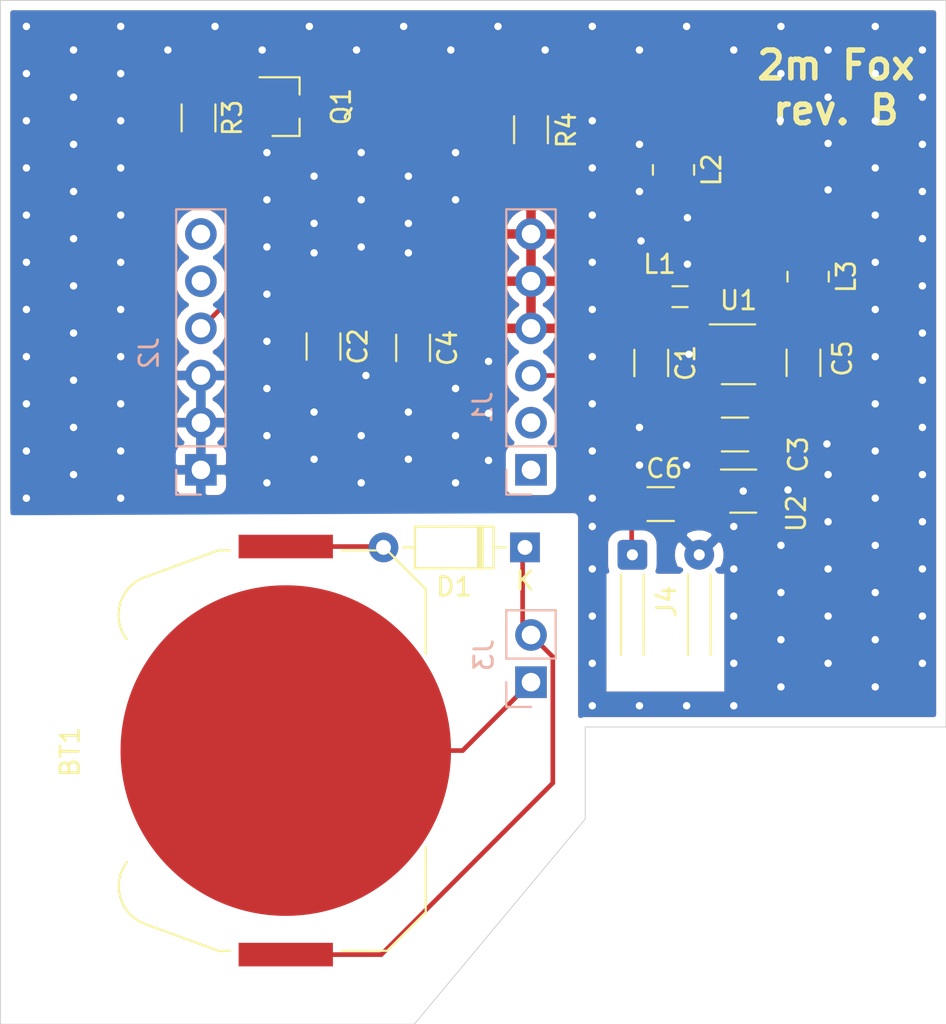
<source format=kicad_pcb>
(kicad_pcb (version 20171130) (host pcbnew "(5.1.9)-1")

  (general
    (thickness 1.6)
    (drawings 8)
    (tracks 244)
    (zones 0)
    (modules 20)
    (nets 20)
  )

  (page A4)
  (layers
    (0 F.Cu signal)
    (31 B.Cu signal)
    (32 B.Adhes user)
    (33 F.Adhes user)
    (34 B.Paste user)
    (35 F.Paste user)
    (36 B.SilkS user)
    (37 F.SilkS user)
    (38 B.Mask user)
    (39 F.Mask user)
    (40 Dwgs.User user)
    (41 Cmts.User user)
    (42 Eco1.User user)
    (43 Eco2.User user)
    (44 Edge.Cuts user)
    (45 Margin user)
    (46 B.CrtYd user)
    (47 F.CrtYd user)
    (48 B.Fab user)
    (49 F.Fab user hide)
  )

  (setup
    (last_trace_width 0.25)
    (trace_clearance 0.2)
    (zone_clearance 0.508)
    (zone_45_only no)
    (trace_min 0.2)
    (via_size 0.8)
    (via_drill 0.4)
    (via_min_size 0.4)
    (via_min_drill 0.3)
    (uvia_size 0.3)
    (uvia_drill 0.1)
    (uvias_allowed no)
    (uvia_min_size 0.2)
    (uvia_min_drill 0.1)
    (edge_width 0.05)
    (segment_width 0.2)
    (pcb_text_width 0.3)
    (pcb_text_size 1.5 1.5)
    (mod_edge_width 0.12)
    (mod_text_size 1 1)
    (mod_text_width 0.15)
    (pad_size 1.524 1.524)
    (pad_drill 0.762)
    (pad_to_mask_clearance 0)
    (aux_axis_origin 0 0)
    (visible_elements 7FFFFFFF)
    (pcbplotparams
      (layerselection 0x010fc_ffffffff)
      (usegerberextensions false)
      (usegerberattributes true)
      (usegerberadvancedattributes true)
      (creategerberjobfile true)
      (excludeedgelayer true)
      (linewidth 0.100000)
      (plotframeref false)
      (viasonmask false)
      (mode 1)
      (useauxorigin false)
      (hpglpennumber 1)
      (hpglpenspeed 20)
      (hpglpendiameter 15.000000)
      (psnegative false)
      (psa4output false)
      (plotreference true)
      (plotvalue true)
      (plotinvisibletext false)
      (padsonsilk false)
      (subtractmaskfromsilk false)
      (outputformat 1)
      (mirror false)
      (drillshape 0)
      (scaleselection 1)
      (outputdirectory "gerber"))
  )

  (net 0 "")
  (net 1 "Net-(BT1-Pad1)")
  (net 2 "Net-(BT1-Pad2)")
  (net 3 TUNE)
  (net 4 GND)
  (net 5 VCC)
  (net 6 +3V3)
  (net 7 "Net-(C3-Pad1)")
  (net 8 "Net-(C6-Pad2)")
  (net 9 "Net-(C6-Pad1)")
  (net 10 "Net-(J1-Pad2)")
  (net 11 "Net-(J1-Pad1)")
  (net 12 "Net-(J2-Pad6)")
  (net 13 "Net-(J2-Pad5)")
  (net 14 "Net-(J2-Pad4)")
  (net 15 "Net-(L1-Pad2)")
  (net 16 "Net-(Q1-Pad1)")
  (net 17 "Net-(C3-Pad2)")
  (net 18 "Net-(L3-Pad2)")
  (net 19 "Net-(D1-Pad1)")

  (net_class Default "This is the default net class."
    (clearance 0.2)
    (trace_width 0.25)
    (via_dia 0.8)
    (via_drill 0.4)
    (uvia_dia 0.3)
    (uvia_drill 0.1)
    (add_net GND)
    (add_net "Net-(BT1-Pad1)")
    (add_net "Net-(BT1-Pad2)")
    (add_net "Net-(C3-Pad1)")
    (add_net "Net-(C3-Pad2)")
    (add_net "Net-(D1-Pad1)")
    (add_net "Net-(J1-Pad1)")
    (add_net "Net-(J1-Pad2)")
    (add_net "Net-(J2-Pad4)")
    (add_net "Net-(J2-Pad5)")
    (add_net "Net-(J2-Pad6)")
    (add_net "Net-(L1-Pad2)")
    (add_net "Net-(L3-Pad2)")
    (add_net "Net-(Q1-Pad1)")
    (add_net TUNE)
    (add_net VCC)
  )

  (net_class Signal ""
    (clearance 0.2)
    (trace_width 10)
    (via_dia 0.8)
    (via_drill 0.4)
    (uvia_dia 0.3)
    (uvia_drill 0.1)
    (diff_pair_width 0.2)
    (diff_pair_gap 2)
    (add_net "Net-(C6-Pad1)")
    (add_net "Net-(C6-Pad2)")
  )

  (net_class VCC ""
    (clearance 0.2)
    (trace_width 0.4)
    (via_dia 0.8)
    (via_drill 0.4)
    (uvia_dia 0.3)
    (uvia_drill 0.1)
    (add_net +3V3)
  )

  (module Diode_THT:D_DO-35_SOD27_P7.62mm_Horizontal (layer F.Cu) (tedit 5AE50CD5) (tstamp 60B1BA79)
    (at 147.25 136 180)
    (descr "Diode, DO-35_SOD27 series, Axial, Horizontal, pin pitch=7.62mm, , length*diameter=4*2mm^2, , http://www.diodes.com/_files/packages/DO-35.pdf")
    (tags "Diode DO-35_SOD27 series Axial Horizontal pin pitch 7.62mm  length 4mm diameter 2mm")
    (path /60B2CDBE)
    (fp_text reference D1 (at 3.81 -2.12) (layer F.SilkS)
      (effects (font (size 1 1) (thickness 0.15)))
    )
    (fp_text value D (at 3.81 2.12) (layer F.Fab)
      (effects (font (size 1 1) (thickness 0.15)))
    )
    (fp_line (start 8.67 -1.25) (end -1.05 -1.25) (layer F.CrtYd) (width 0.05))
    (fp_line (start 8.67 1.25) (end 8.67 -1.25) (layer F.CrtYd) (width 0.05))
    (fp_line (start -1.05 1.25) (end 8.67 1.25) (layer F.CrtYd) (width 0.05))
    (fp_line (start -1.05 -1.25) (end -1.05 1.25) (layer F.CrtYd) (width 0.05))
    (fp_line (start 2.29 -1.12) (end 2.29 1.12) (layer F.SilkS) (width 0.12))
    (fp_line (start 2.53 -1.12) (end 2.53 1.12) (layer F.SilkS) (width 0.12))
    (fp_line (start 2.41 -1.12) (end 2.41 1.12) (layer F.SilkS) (width 0.12))
    (fp_line (start 6.58 0) (end 5.93 0) (layer F.SilkS) (width 0.12))
    (fp_line (start 1.04 0) (end 1.69 0) (layer F.SilkS) (width 0.12))
    (fp_line (start 5.93 -1.12) (end 1.69 -1.12) (layer F.SilkS) (width 0.12))
    (fp_line (start 5.93 1.12) (end 5.93 -1.12) (layer F.SilkS) (width 0.12))
    (fp_line (start 1.69 1.12) (end 5.93 1.12) (layer F.SilkS) (width 0.12))
    (fp_line (start 1.69 -1.12) (end 1.69 1.12) (layer F.SilkS) (width 0.12))
    (fp_line (start 2.31 -1) (end 2.31 1) (layer F.Fab) (width 0.1))
    (fp_line (start 2.51 -1) (end 2.51 1) (layer F.Fab) (width 0.1))
    (fp_line (start 2.41 -1) (end 2.41 1) (layer F.Fab) (width 0.1))
    (fp_line (start 7.62 0) (end 5.81 0) (layer F.Fab) (width 0.1))
    (fp_line (start 0 0) (end 1.81 0) (layer F.Fab) (width 0.1))
    (fp_line (start 5.81 -1) (end 1.81 -1) (layer F.Fab) (width 0.1))
    (fp_line (start 5.81 1) (end 5.81 -1) (layer F.Fab) (width 0.1))
    (fp_line (start 1.81 1) (end 5.81 1) (layer F.Fab) (width 0.1))
    (fp_line (start 1.81 -1) (end 1.81 1) (layer F.Fab) (width 0.1))
    (fp_text user K (at 0 -1.8) (layer F.SilkS)
      (effects (font (size 1 1) (thickness 0.15)))
    )
    (fp_text user K (at 0 -1.8) (layer F.Fab)
      (effects (font (size 1 1) (thickness 0.15)))
    )
    (fp_text user %R (at 4.11 0) (layer F.Fab)
      (effects (font (size 0.8 0.8) (thickness 0.12)))
    )
    (pad 2 thru_hole oval (at 7.62 0 180) (size 1.6 1.6) (drill 0.8) (layers *.Cu *.Mask)
      (net 1 "Net-(BT1-Pad1)"))
    (pad 1 thru_hole rect (at 0 0 180) (size 1.6 1.6) (drill 0.8) (layers *.Cu *.Mask)
      (net 19 "Net-(D1-Pad1)"))
    (model ${KISYS3DMOD}/Diode_THT.3dshapes/D_DO-35_SOD27_P7.62mm_Horizontal.wrl
      (at (xyz 0 0 0))
      (scale (xyz 1 1 1))
      (rotate (xyz 0 0 0))
    )
  )

  (module Inductor_SMD:L_1008_2520Metric (layer F.Cu) (tedit 5F68FEF0) (tstamp 60B1AC82)
    (at 162.5 121.425 270)
    (descr "Inductor SMD 1008 (2520 Metric), square (rectangular) end terminal, IPC_7351 nominal, (Body size source: https://ecsxtal.com/store/pdf/ECS-MPI2520-SMD-POWER-INDUCTOR.pdf), generated with kicad-footprint-generator")
    (tags inductor)
    (path /60B161F4)
    (attr smd)
    (fp_text reference L3 (at 0 -2.05 90) (layer F.SilkS)
      (effects (font (size 1 1) (thickness 0.15)))
    )
    (fp_text value 330nH (at 0 2.05 90) (layer F.Fab)
      (effects (font (size 1 1) (thickness 0.15)))
    )
    (fp_line (start 1.95 1.35) (end -1.95 1.35) (layer F.CrtYd) (width 0.05))
    (fp_line (start 1.95 -1.35) (end 1.95 1.35) (layer F.CrtYd) (width 0.05))
    (fp_line (start -1.95 -1.35) (end 1.95 -1.35) (layer F.CrtYd) (width 0.05))
    (fp_line (start -1.95 1.35) (end -1.95 -1.35) (layer F.CrtYd) (width 0.05))
    (fp_line (start -0.261252 1.11) (end 0.261252 1.11) (layer F.SilkS) (width 0.12))
    (fp_line (start -0.261252 -1.11) (end 0.261252 -1.11) (layer F.SilkS) (width 0.12))
    (fp_line (start 1.25 1) (end -1.25 1) (layer F.Fab) (width 0.1))
    (fp_line (start 1.25 -1) (end 1.25 1) (layer F.Fab) (width 0.1))
    (fp_line (start -1.25 -1) (end 1.25 -1) (layer F.Fab) (width 0.1))
    (fp_line (start -1.25 1) (end -1.25 -1) (layer F.Fab) (width 0.1))
    (fp_text user %R (at 0 0 90) (layer F.Fab)
      (effects (font (size 0.62 0.62) (thickness 0.09)))
    )
    (pad 2 smd roundrect (at 1.075 0 270) (size 1.25 2.2) (layers F.Cu F.Paste F.Mask) (roundrect_rratio 0.2)
      (net 18 "Net-(L3-Pad2)"))
    (pad 1 smd roundrect (at -1.075 0 270) (size 1.25 2.2) (layers F.Cu F.Paste F.Mask) (roundrect_rratio 0.2)
      (net 6 +3V3))
    (model ${KISYS3DMOD}/Inductor_SMD.3dshapes/L_1008_2520Metric.wrl
      (at (xyz 0 0 0))
      (scale (xyz 1 1 1))
      (rotate (xyz 0 0 0))
    )
  )

  (module Inductor_SMD:L_1008_2520Metric (layer F.Cu) (tedit 5F68FEF0) (tstamp 60B1AC71)
    (at 155.25 115.675 270)
    (descr "Inductor SMD 1008 (2520 Metric), square (rectangular) end terminal, IPC_7351 nominal, (Body size source: https://ecsxtal.com/store/pdf/ECS-MPI2520-SMD-POWER-INDUCTOR.pdf), generated with kicad-footprint-generator")
    (tags inductor)
    (path /60B15913)
    (attr smd)
    (fp_text reference L2 (at 0 -2.05 90) (layer F.SilkS)
      (effects (font (size 1 1) (thickness 0.15)))
    )
    (fp_text value 330nH (at 0 2.05 90) (layer F.Fab)
      (effects (font (size 1 1) (thickness 0.15)))
    )
    (fp_line (start 1.95 1.35) (end -1.95 1.35) (layer F.CrtYd) (width 0.05))
    (fp_line (start 1.95 -1.35) (end 1.95 1.35) (layer F.CrtYd) (width 0.05))
    (fp_line (start -1.95 -1.35) (end 1.95 -1.35) (layer F.CrtYd) (width 0.05))
    (fp_line (start -1.95 1.35) (end -1.95 -1.35) (layer F.CrtYd) (width 0.05))
    (fp_line (start -0.261252 1.11) (end 0.261252 1.11) (layer F.SilkS) (width 0.12))
    (fp_line (start -0.261252 -1.11) (end 0.261252 -1.11) (layer F.SilkS) (width 0.12))
    (fp_line (start 1.25 1) (end -1.25 1) (layer F.Fab) (width 0.1))
    (fp_line (start 1.25 -1) (end 1.25 1) (layer F.Fab) (width 0.1))
    (fp_line (start -1.25 -1) (end 1.25 -1) (layer F.Fab) (width 0.1))
    (fp_line (start -1.25 1) (end -1.25 -1) (layer F.Fab) (width 0.1))
    (fp_text user %R (at 0 0 90) (layer F.Fab)
      (effects (font (size 0.62 0.62) (thickness 0.09)))
    )
    (pad 2 smd roundrect (at 1.075 0 270) (size 1.25 2.2) (layers F.Cu F.Paste F.Mask) (roundrect_rratio 0.2)
      (net 17 "Net-(C3-Pad2)"))
    (pad 1 smd roundrect (at -1.075 0 270) (size 1.25 2.2) (layers F.Cu F.Paste F.Mask) (roundrect_rratio 0.2)
      (net 6 +3V3))
    (model ${KISYS3DMOD}/Inductor_SMD.3dshapes/L_1008_2520Metric.wrl
      (at (xyz 0 0 0))
      (scale (xyz 1 1 1))
      (rotate (xyz 0 0 0))
    )
  )

  (module Package_TO_SOT_SMD:SOT-363_SC-70-6 (layer F.Cu) (tedit 5A02FF57) (tstamp 607F5AB4)
    (at 159.004 132.969)
    (descr "SOT-363, SC-70-6")
    (tags "SOT-363 SC-70-6")
    (path /607D77B1)
    (attr smd)
    (fp_text reference U2 (at 2.8575 1.2065 90) (layer F.SilkS)
      (effects (font (size 1 1) (thickness 0.15)))
    )
    (fp_text value SMA3107 (at 0 2 180) (layer F.Fab)
      (effects (font (size 1 1) (thickness 0.15)))
    )
    (fp_line (start -0.175 -1.1) (end -0.675 -0.6) (layer F.Fab) (width 0.1))
    (fp_line (start 0.675 1.1) (end -0.675 1.1) (layer F.Fab) (width 0.1))
    (fp_line (start 0.675 -1.1) (end 0.675 1.1) (layer F.Fab) (width 0.1))
    (fp_line (start -1.6 1.4) (end 1.6 1.4) (layer F.CrtYd) (width 0.05))
    (fp_line (start -0.675 -0.6) (end -0.675 1.1) (layer F.Fab) (width 0.1))
    (fp_line (start 0.675 -1.1) (end -0.175 -1.1) (layer F.Fab) (width 0.1))
    (fp_line (start -1.6 -1.4) (end 1.6 -1.4) (layer F.CrtYd) (width 0.05))
    (fp_line (start -1.6 -1.4) (end -1.6 1.4) (layer F.CrtYd) (width 0.05))
    (fp_line (start 1.6 1.4) (end 1.6 -1.4) (layer F.CrtYd) (width 0.05))
    (fp_line (start -0.7 1.16) (end 0.7 1.16) (layer F.SilkS) (width 0.12))
    (fp_line (start 0.7 -1.16) (end -1.2 -1.16) (layer F.SilkS) (width 0.12))
    (fp_text user %R (at 0 0 90) (layer F.Fab)
      (effects (font (size 0.5 0.5) (thickness 0.075)))
    )
    (pad 6 smd rect (at 0.95 -0.65) (size 0.65 0.4) (layers F.Cu F.Paste F.Mask)
      (net 7 "Net-(C3-Pad1)"))
    (pad 4 smd rect (at 0.95 0.65) (size 0.65 0.4) (layers F.Cu F.Paste F.Mask)
      (net 4 GND))
    (pad 2 smd rect (at -0.95 0) (size 0.65 0.4) (layers F.Cu F.Paste F.Mask)
      (net 4 GND))
    (pad 5 smd rect (at 0.95 0) (size 0.65 0.4) (layers F.Cu F.Paste F.Mask)
      (net 4 GND))
    (pad 3 smd rect (at -0.95 0.65) (size 0.65 0.4) (layers F.Cu F.Paste F.Mask)
      (net 8 "Net-(C6-Pad2)"))
    (pad 1 smd rect (at -0.95 -0.65) (size 0.65 0.4) (layers F.Cu F.Paste F.Mask)
      (net 6 +3V3))
    (model ${KISYS3DMOD}/Package_TO_SOT_SMD.3dshapes/SOT-363_SC-70-6.wrl
      (at (xyz 0 0 0))
      (scale (xyz 1 1 1))
      (rotate (xyz 0 0 0))
    )
  )

  (module Package_TO_SOT_SMD:SOT-23-6 (layer F.Cu) (tedit 5A02FF57) (tstamp 60A52737)
    (at 158.75 125.603)
    (descr "6-pin SOT-23 package")
    (tags SOT-23-6)
    (path /607CF170)
    (attr smd)
    (fp_text reference U1 (at 0 -2.9) (layer F.SilkS)
      (effects (font (size 1 1) (thickness 0.15)))
    )
    (fp_text value MAX2606 (at 0 2.9) (layer F.Fab)
      (effects (font (size 1 1) (thickness 0.15)))
    )
    (fp_line (start 0.9 -1.55) (end 0.9 1.55) (layer F.Fab) (width 0.1))
    (fp_line (start 0.9 1.55) (end -0.9 1.55) (layer F.Fab) (width 0.1))
    (fp_line (start -0.9 -0.9) (end -0.9 1.55) (layer F.Fab) (width 0.1))
    (fp_line (start 0.9 -1.55) (end -0.25 -1.55) (layer F.Fab) (width 0.1))
    (fp_line (start -0.9 -0.9) (end -0.25 -1.55) (layer F.Fab) (width 0.1))
    (fp_line (start -1.9 -1.8) (end -1.9 1.8) (layer F.CrtYd) (width 0.05))
    (fp_line (start -1.9 1.8) (end 1.9 1.8) (layer F.CrtYd) (width 0.05))
    (fp_line (start 1.9 1.8) (end 1.9 -1.8) (layer F.CrtYd) (width 0.05))
    (fp_line (start 1.9 -1.8) (end -1.9 -1.8) (layer F.CrtYd) (width 0.05))
    (fp_line (start 0.9 -1.61) (end -1.55 -1.61) (layer F.SilkS) (width 0.12))
    (fp_line (start -0.9 1.61) (end 0.9 1.61) (layer F.SilkS) (width 0.12))
    (fp_text user %R (at 0 0 90) (layer F.Fab)
      (effects (font (size 0.5 0.5) (thickness 0.075)))
    )
    (pad 5 smd rect (at 1.1 0) (size 1.06 0.65) (layers F.Cu F.Paste F.Mask)
      (net 6 +3V3))
    (pad 6 smd rect (at 1.1 -0.95) (size 1.06 0.65) (layers F.Cu F.Paste F.Mask)
      (net 17 "Net-(C3-Pad2)"))
    (pad 4 smd rect (at 1.1 0.95) (size 1.06 0.65) (layers F.Cu F.Paste F.Mask)
      (net 18 "Net-(L3-Pad2)"))
    (pad 3 smd rect (at -1.1 0.95) (size 1.06 0.65) (layers F.Cu F.Paste F.Mask)
      (net 3 TUNE))
    (pad 2 smd rect (at -1.1 0) (size 1.06 0.65) (layers F.Cu F.Paste F.Mask)
      (net 4 GND))
    (pad 1 smd rect (at -1.1 -0.95) (size 1.06 0.65) (layers F.Cu F.Paste F.Mask)
      (net 15 "Net-(L1-Pad2)"))
    (model ${KISYS3DMOD}/Package_TO_SOT_SMD.3dshapes/SOT-23-6.wrl
      (at (xyz 0 0 0))
      (scale (xyz 1 1 1))
      (rotate (xyz 0 0 0))
    )
  )

  (module Resistor_SMD:R_1206_3216Metric_Pad1.30x1.75mm_HandSolder (layer F.Cu) (tedit 5F68FEEE) (tstamp 607F5A88)
    (at 147.574 113.512 90)
    (descr "Resistor SMD 1206 (3216 Metric), square (rectangular) end terminal, IPC_7351 nominal with elongated pad for handsoldering. (Body size source: IPC-SM-782 page 72, https://www.pcb-3d.com/wordpress/wp-content/uploads/ipc-sm-782a_amendment_1_and_2.pdf), generated with kicad-footprint-generator")
    (tags "resistor handsolder")
    (path /6080D77A)
    (attr smd)
    (fp_text reference R4 (at -0.026 1.905 90) (layer F.SilkS)
      (effects (font (size 1 1) (thickness 0.15)))
    )
    (fp_text value 15 (at 0 1.82 90) (layer F.Fab)
      (effects (font (size 1 1) (thickness 0.15)))
    )
    (fp_line (start 2.45 1.12) (end -2.45 1.12) (layer F.CrtYd) (width 0.05))
    (fp_line (start 2.45 -1.12) (end 2.45 1.12) (layer F.CrtYd) (width 0.05))
    (fp_line (start -2.45 -1.12) (end 2.45 -1.12) (layer F.CrtYd) (width 0.05))
    (fp_line (start -2.45 1.12) (end -2.45 -1.12) (layer F.CrtYd) (width 0.05))
    (fp_line (start -0.727064 0.91) (end 0.727064 0.91) (layer F.SilkS) (width 0.12))
    (fp_line (start -0.727064 -0.91) (end 0.727064 -0.91) (layer F.SilkS) (width 0.12))
    (fp_line (start 1.6 0.8) (end -1.6 0.8) (layer F.Fab) (width 0.1))
    (fp_line (start 1.6 -0.8) (end 1.6 0.8) (layer F.Fab) (width 0.1))
    (fp_line (start -1.6 -0.8) (end 1.6 -0.8) (layer F.Fab) (width 0.1))
    (fp_line (start -1.6 0.8) (end -1.6 -0.8) (layer F.Fab) (width 0.1))
    (fp_text user %R (at 0 0 90) (layer F.Fab)
      (effects (font (size 0.8 0.8) (thickness 0.12)))
    )
    (pad 2 smd roundrect (at 1.55 0 90) (size 1.3 1.75) (layers F.Cu F.Paste F.Mask) (roundrect_rratio 0.1923069230769231)
      (net 6 +3V3))
    (pad 1 smd roundrect (at -1.55 0 90) (size 1.3 1.75) (layers F.Cu F.Paste F.Mask) (roundrect_rratio 0.1923069230769231)
      (net 5 VCC))
    (model ${KISYS3DMOD}/Resistor_SMD.3dshapes/R_1206_3216Metric.wrl
      (at (xyz 0 0 0))
      (scale (xyz 1 1 1))
      (rotate (xyz 0 0 0))
    )
  )

  (module Resistor_SMD:R_1206_3216Metric_Pad1.30x1.75mm_HandSolder (layer F.Cu) (tedit 5F68FEEE) (tstamp 60A511A6)
    (at 129.667 112.877 270)
    (descr "Resistor SMD 1206 (3216 Metric), square (rectangular) end terminal, IPC_7351 nominal with elongated pad for handsoldering. (Body size source: IPC-SM-782 page 72, https://www.pcb-3d.com/wordpress/wp-content/uploads/ipc-sm-782a_amendment_1_and_2.pdf), generated with kicad-footprint-generator")
    (tags "resistor handsolder")
    (path /60813DF3)
    (attr smd)
    (fp_text reference R3 (at 0 -1.82 90) (layer F.SilkS)
      (effects (font (size 1 1) (thickness 0.15)))
    )
    (fp_text value 60 (at 0 1.82 90) (layer F.Fab)
      (effects (font (size 1 1) (thickness 0.15)))
    )
    (fp_line (start 2.45 1.12) (end -2.45 1.12) (layer F.CrtYd) (width 0.05))
    (fp_line (start 2.45 -1.12) (end 2.45 1.12) (layer F.CrtYd) (width 0.05))
    (fp_line (start -2.45 -1.12) (end 2.45 -1.12) (layer F.CrtYd) (width 0.05))
    (fp_line (start -2.45 1.12) (end -2.45 -1.12) (layer F.CrtYd) (width 0.05))
    (fp_line (start -0.727064 0.91) (end 0.727064 0.91) (layer F.SilkS) (width 0.12))
    (fp_line (start -0.727064 -0.91) (end 0.727064 -0.91) (layer F.SilkS) (width 0.12))
    (fp_line (start 1.6 0.8) (end -1.6 0.8) (layer F.Fab) (width 0.1))
    (fp_line (start 1.6 -0.8) (end 1.6 0.8) (layer F.Fab) (width 0.1))
    (fp_line (start -1.6 -0.8) (end 1.6 -0.8) (layer F.Fab) (width 0.1))
    (fp_line (start -1.6 0.8) (end -1.6 -0.8) (layer F.Fab) (width 0.1))
    (fp_text user %R (at 0 0 90) (layer F.Fab)
      (effects (font (size 0.8 0.8) (thickness 0.12)))
    )
    (pad 2 smd roundrect (at 1.55 0 270) (size 1.3 1.75) (layers F.Cu F.Paste F.Mask) (roundrect_rratio 0.1923069230769231)
      (net 14 "Net-(J2-Pad4)"))
    (pad 1 smd roundrect (at -1.55 0 270) (size 1.3 1.75) (layers F.Cu F.Paste F.Mask) (roundrect_rratio 0.1923069230769231)
      (net 16 "Net-(Q1-Pad1)"))
    (model ${KISYS3DMOD}/Resistor_SMD.3dshapes/R_1206_3216Metric.wrl
      (at (xyz 0 0 0))
      (scale (xyz 1 1 1))
      (rotate (xyz 0 0 0))
    )
  )

  (module Package_TO_SOT_SMD:SOT-23 (layer F.Cu) (tedit 5A02FF57) (tstamp 607F5A44)
    (at 134.35 112.268)
    (descr "SOT-23, Standard")
    (tags SOT-23)
    (path /608046BE)
    (attr smd)
    (fp_text reference Q1 (at 3.0005 0 90) (layer F.SilkS)
      (effects (font (size 1 1) (thickness 0.15)))
    )
    (fp_text value BSS138K (at 0 2.5) (layer F.Fab)
      (effects (font (size 1 1) (thickness 0.15)))
    )
    (fp_line (start 0.76 1.58) (end -0.7 1.58) (layer F.SilkS) (width 0.12))
    (fp_line (start 0.76 -1.58) (end -1.4 -1.58) (layer F.SilkS) (width 0.12))
    (fp_line (start -1.7 1.75) (end -1.7 -1.75) (layer F.CrtYd) (width 0.05))
    (fp_line (start 1.7 1.75) (end -1.7 1.75) (layer F.CrtYd) (width 0.05))
    (fp_line (start 1.7 -1.75) (end 1.7 1.75) (layer F.CrtYd) (width 0.05))
    (fp_line (start -1.7 -1.75) (end 1.7 -1.75) (layer F.CrtYd) (width 0.05))
    (fp_line (start 0.76 -1.58) (end 0.76 -0.65) (layer F.SilkS) (width 0.12))
    (fp_line (start 0.76 1.58) (end 0.76 0.65) (layer F.SilkS) (width 0.12))
    (fp_line (start -0.7 1.52) (end 0.7 1.52) (layer F.Fab) (width 0.1))
    (fp_line (start 0.7 -1.52) (end 0.7 1.52) (layer F.Fab) (width 0.1))
    (fp_line (start -0.7 -0.95) (end -0.15 -1.52) (layer F.Fab) (width 0.1))
    (fp_line (start -0.15 -1.52) (end 0.7 -1.52) (layer F.Fab) (width 0.1))
    (fp_line (start -0.7 -0.95) (end -0.7 1.5) (layer F.Fab) (width 0.1))
    (fp_text user %R (at 0 0 90) (layer F.Fab)
      (effects (font (size 0.5 0.5) (thickness 0.075)))
    )
    (pad 3 smd rect (at 1 0) (size 0.9 0.8) (layers F.Cu F.Paste F.Mask)
      (net 6 +3V3))
    (pad 2 smd rect (at -1 0.95) (size 0.9 0.8) (layers F.Cu F.Paste F.Mask)
      (net 4 GND))
    (pad 1 smd rect (at -1 -0.95) (size 0.9 0.8) (layers F.Cu F.Paste F.Mask)
      (net 16 "Net-(Q1-Pad1)"))
    (model ${KISYS3DMOD}/Package_TO_SOT_SMD.3dshapes/SOT-23.wrl
      (at (xyz 0 0 0))
      (scale (xyz 1 1 1))
      (rotate (xyz 0 0 0))
    )
  )

  (module Inductor_SMD:L_0805_2012Metric_Pad1.05x1.20mm_HandSolder (layer F.Cu) (tedit 5F68FEF0) (tstamp 607F5A2F)
    (at 155.6 122.5)
    (descr "Inductor SMD 0805 (2012 Metric), square (rectangular) end terminal, IPC_7351 nominal with elongated pad for handsoldering. (Body size source: IPC-SM-782 page 80, https://www.pcb-3d.com/wordpress/wp-content/uploads/ipc-sm-782a_amendment_1_and_2.pdf), generated with kicad-footprint-generator")
    (tags "inductor handsolder")
    (path /607D08AF)
    (attr smd)
    (fp_text reference L1 (at -1.1 -1.75 180) (layer F.SilkS)
      (effects (font (size 1 1) (thickness 0.15)))
    )
    (fp_text value 200nH (at 0 1.55) (layer F.Fab)
      (effects (font (size 1 1) (thickness 0.15)))
    )
    (fp_line (start 1.92 0.85) (end -1.92 0.85) (layer F.CrtYd) (width 0.05))
    (fp_line (start 1.92 -0.85) (end 1.92 0.85) (layer F.CrtYd) (width 0.05))
    (fp_line (start -1.92 -0.85) (end 1.92 -0.85) (layer F.CrtYd) (width 0.05))
    (fp_line (start -1.92 0.85) (end -1.92 -0.85) (layer F.CrtYd) (width 0.05))
    (fp_line (start -0.410242 0.56) (end 0.410242 0.56) (layer F.SilkS) (width 0.12))
    (fp_line (start -0.410242 -0.56) (end 0.410242 -0.56) (layer F.SilkS) (width 0.12))
    (fp_line (start 1 0.45) (end -1 0.45) (layer F.Fab) (width 0.1))
    (fp_line (start 1 -0.45) (end 1 0.45) (layer F.Fab) (width 0.1))
    (fp_line (start -1 -0.45) (end 1 -0.45) (layer F.Fab) (width 0.1))
    (fp_line (start -1 0.45) (end -1 -0.45) (layer F.Fab) (width 0.1))
    (fp_text user %R (at 0 0) (layer F.Fab)
      (effects (font (size 0.5 0.5) (thickness 0.08)))
    )
    (pad 2 smd roundrect (at 1.15 0) (size 1.05 1.2) (layers F.Cu F.Paste F.Mask) (roundrect_rratio 0.2380942857142857)
      (net 15 "Net-(L1-Pad2)"))
    (pad 1 smd roundrect (at -1.15 0) (size 1.05 1.2) (layers F.Cu F.Paste F.Mask) (roundrect_rratio 0.2380942857142857)
      (net 4 GND))
    (model ${KISYS3DMOD}/Inductor_SMD.3dshapes/L_0805_2012Metric.wrl
      (at (xyz 0 0 0))
      (scale (xyz 1 1 1))
      (rotate (xyz 0 0 0))
    )
  )

  (module Connector_Wire:SolderWire-0.1sqmm_1x02_P3.6mm_D0.4mm_OD1mm_Relief (layer F.Cu) (tedit 5EB70B42) (tstamp 607F5A1E)
    (at 153.035 136.398)
    (descr "Soldered wire connection with feed through strain relief, for 2 times 0.1 mm² wires, basic insulation, conductor diameter 0.4mm, outer diameter 1mm, size source Multi-Contact FLEXI-E 0.1 (https://ec.staubli.com/AcroFiles/Catalogues/TM_Cab-Main-11014119_(en)_hi.pdf), bend radius 3 times outer diameter, generated with kicad-footprint-generator")
    (tags "connector wire 0.1sqmm strain-relief")
    (path /60821534)
    (attr virtual)
    (fp_text reference J4 (at 1.8415 2.5075 90) (layer F.SilkS)
      (effects (font (size 1 1) (thickness 0.15)))
    )
    (fp_text value "Ext Wire Ant" (at 1.8 7.95) (layer F.Fab)
      (effects (font (size 1 1) (thickness 0.15)))
    )
    (fp_line (start 4.9 4.75) (end 2.3 4.75) (layer B.CrtYd) (width 0.05))
    (fp_line (start 4.9 7.25) (end 4.9 4.75) (layer B.CrtYd) (width 0.05))
    (fp_line (start 2.3 7.25) (end 4.9 7.25) (layer B.CrtYd) (width 0.05))
    (fp_line (start 2.3 4.75) (end 2.3 7.25) (layer B.CrtYd) (width 0.05))
    (fp_line (start 4.9 -1.3) (end 2.3 -1.3) (layer F.CrtYd) (width 0.05))
    (fp_line (start 4.9 7.25) (end 4.9 -1.3) (layer F.CrtYd) (width 0.05))
    (fp_line (start 2.3 7.25) (end 4.9 7.25) (layer F.CrtYd) (width 0.05))
    (fp_line (start 2.3 -1.3) (end 2.3 7.25) (layer F.CrtYd) (width 0.05))
    (fp_line (start 2.99 1.06) (end 2.99 5.39) (layer F.SilkS) (width 0.12))
    (fp_line (start 4.21 1.06) (end 4.21 5.39) (layer F.SilkS) (width 0.12))
    (fp_line (start 4.1 0) (end 4.1 6) (layer F.Fab) (width 0.1))
    (fp_line (start 3.1 0) (end 3.1 6) (layer F.Fab) (width 0.1))
    (fp_line (start 1.3 4.75) (end -1.3 4.75) (layer B.CrtYd) (width 0.05))
    (fp_line (start 1.3 7.25) (end 1.3 4.75) (layer B.CrtYd) (width 0.05))
    (fp_line (start -1.3 7.25) (end 1.3 7.25) (layer B.CrtYd) (width 0.05))
    (fp_line (start -1.3 4.75) (end -1.3 7.25) (layer B.CrtYd) (width 0.05))
    (fp_line (start 1.3 -1.3) (end -1.3 -1.3) (layer F.CrtYd) (width 0.05))
    (fp_line (start 1.3 7.25) (end 1.3 -1.3) (layer F.CrtYd) (width 0.05))
    (fp_line (start -1.3 7.25) (end 1.3 7.25) (layer F.CrtYd) (width 0.05))
    (fp_line (start -1.3 -1.3) (end -1.3 7.25) (layer F.CrtYd) (width 0.05))
    (fp_line (start -0.61 1.06) (end -0.61 5.39) (layer F.SilkS) (width 0.12))
    (fp_line (start 0.61 1.06) (end 0.61 5.39) (layer F.SilkS) (width 0.12))
    (fp_line (start 0.5 0) (end 0.5 6) (layer F.Fab) (width 0.1))
    (fp_line (start -0.5 0) (end -0.5 6) (layer F.Fab) (width 0.1))
    (fp_circle (center 3.6 6) (end 4.1 6) (layer F.Fab) (width 0.1))
    (fp_circle (center 3.6 0) (end 4.1 0) (layer F.Fab) (width 0.1))
    (fp_circle (center 0 6) (end 0.5 6) (layer F.Fab) (width 0.1))
    (fp_circle (center 0 0) (end 0.5 0) (layer F.Fab) (width 0.1))
    (fp_text user %R (at 1.8 3 90) (layer F.Fab)
      (effects (font (size 0.8 0.8) (thickness 0.12)))
    )
    (pad "" np_thru_hole circle (at 3.6 6) (size 1.5 1.5) (drill 1.5) (layers *.Cu *.Mask))
    (pad "" np_thru_hole circle (at 0 6) (size 1.5 1.5) (drill 1.5) (layers *.Cu *.Mask))
    (pad 2 thru_hole circle (at 3.6 0) (size 1.6 1.6) (drill 0.6) (layers *.Cu *.Mask)
      (net 4 GND))
    (pad 1 thru_hole roundrect (at 0 0) (size 1.6 1.6) (drill 0.6) (layers *.Cu *.Mask) (roundrect_rratio 0.15625)
      (net 9 "Net-(C6-Pad1)"))
    (model ${KISYS3DMOD}/Connector_Wire.3dshapes/SolderWire-0.1sqmm_1x02_P3.6mm_D0.4mm_OD1mm_Relief.wrl
      (at (xyz 0 0 0))
      (scale (xyz 1 1 1))
      (rotate (xyz 0 0 0))
    )
  )

  (module Connector_PinHeader_2.54mm:PinHeader_1x02_P2.54mm_Vertical locked (layer B.Cu) (tedit 59FED5CC) (tstamp 60A513CA)
    (at 147.574 143.256)
    (descr "Through hole straight pin header, 1x02, 2.54mm pitch, single row")
    (tags "Through hole pin header THT 1x02 2.54mm single row")
    (path /607F1967)
    (fp_text reference J3 (at -2.54 -1.4605 90) (layer B.SilkS)
      (effects (font (size 1 1) (thickness 0.15)) (justify mirror))
    )
    (fp_text value BATT (at 0 -4.87) (layer B.Fab)
      (effects (font (size 1 1) (thickness 0.15)) (justify mirror))
    )
    (fp_line (start 1.8 1.8) (end -1.8 1.8) (layer B.CrtYd) (width 0.05))
    (fp_line (start 1.8 -4.35) (end 1.8 1.8) (layer B.CrtYd) (width 0.05))
    (fp_line (start -1.8 -4.35) (end 1.8 -4.35) (layer B.CrtYd) (width 0.05))
    (fp_line (start -1.8 1.8) (end -1.8 -4.35) (layer B.CrtYd) (width 0.05))
    (fp_line (start -1.33 1.33) (end 0 1.33) (layer B.SilkS) (width 0.12))
    (fp_line (start -1.33 0) (end -1.33 1.33) (layer B.SilkS) (width 0.12))
    (fp_line (start -1.33 -1.27) (end 1.33 -1.27) (layer B.SilkS) (width 0.12))
    (fp_line (start 1.33 -1.27) (end 1.33 -3.87) (layer B.SilkS) (width 0.12))
    (fp_line (start -1.33 -1.27) (end -1.33 -3.87) (layer B.SilkS) (width 0.12))
    (fp_line (start -1.33 -3.87) (end 1.33 -3.87) (layer B.SilkS) (width 0.12))
    (fp_line (start -1.27 0.635) (end -0.635 1.27) (layer B.Fab) (width 0.1))
    (fp_line (start -1.27 -3.81) (end -1.27 0.635) (layer B.Fab) (width 0.1))
    (fp_line (start 1.27 -3.81) (end -1.27 -3.81) (layer B.Fab) (width 0.1))
    (fp_line (start 1.27 1.27) (end 1.27 -3.81) (layer B.Fab) (width 0.1))
    (fp_line (start -0.635 1.27) (end 1.27 1.27) (layer B.Fab) (width 0.1))
    (fp_text user %R (at 0 -1.27) (layer B.Fab)
      (effects (font (size 1 1) (thickness 0.15)) (justify mirror))
    )
    (pad 2 thru_hole oval (at 0 -2.54) (size 1.7 1.7) (drill 1) (layers *.Cu *.Mask)
      (net 19 "Net-(D1-Pad1)"))
    (pad 1 thru_hole rect (at 0 0) (size 1.7 1.7) (drill 1) (layers *.Cu *.Mask)
      (net 2 "Net-(BT1-Pad2)"))
    (model ${KISYS3DMOD}/Connector_PinHeader_2.54mm.3dshapes/PinHeader_1x02_P2.54mm_Vertical.wrl
      (at (xyz 0 0 0))
      (scale (xyz 1 1 1))
      (rotate (xyz 0 0 0))
    )
  )

  (module Connector_PinHeader_2.54mm:PinHeader_1x06_P2.54mm_Vertical locked (layer B.Cu) (tedit 59FED5CC) (tstamp 607F5D57)
    (at 129.794 131.826)
    (descr "Through hole straight pin header, 1x06, 2.54mm pitch, single row")
    (tags "Through hole pin header THT 1x06 2.54mm single row")
    (path /607EFD40)
    (fp_text reference J2 (at -2.794 -6.2865 270) (layer B.SilkS)
      (effects (font (size 1 1) (thickness 0.15)) (justify mirror))
    )
    (fp_text value "I/O 2" (at 0 -15.03) (layer B.Fab)
      (effects (font (size 1 1) (thickness 0.15)) (justify mirror))
    )
    (fp_line (start 1.8 1.8) (end -1.8 1.8) (layer B.CrtYd) (width 0.05))
    (fp_line (start 1.8 -14.5) (end 1.8 1.8) (layer B.CrtYd) (width 0.05))
    (fp_line (start -1.8 -14.5) (end 1.8 -14.5) (layer B.CrtYd) (width 0.05))
    (fp_line (start -1.8 1.8) (end -1.8 -14.5) (layer B.CrtYd) (width 0.05))
    (fp_line (start -1.33 1.33) (end 0 1.33) (layer B.SilkS) (width 0.12))
    (fp_line (start -1.33 0) (end -1.33 1.33) (layer B.SilkS) (width 0.12))
    (fp_line (start -1.33 -1.27) (end 1.33 -1.27) (layer B.SilkS) (width 0.12))
    (fp_line (start 1.33 -1.27) (end 1.33 -14.03) (layer B.SilkS) (width 0.12))
    (fp_line (start -1.33 -1.27) (end -1.33 -14.03) (layer B.SilkS) (width 0.12))
    (fp_line (start -1.33 -14.03) (end 1.33 -14.03) (layer B.SilkS) (width 0.12))
    (fp_line (start -1.27 0.635) (end -0.635 1.27) (layer B.Fab) (width 0.1))
    (fp_line (start -1.27 -13.97) (end -1.27 0.635) (layer B.Fab) (width 0.1))
    (fp_line (start 1.27 -13.97) (end -1.27 -13.97) (layer B.Fab) (width 0.1))
    (fp_line (start 1.27 1.27) (end 1.27 -13.97) (layer B.Fab) (width 0.1))
    (fp_line (start -0.635 1.27) (end 1.27 1.27) (layer B.Fab) (width 0.1))
    (fp_text user %R (at 0 -6.35 90) (layer F.Fab)
      (effects (font (size 1 1) (thickness 0.15)))
    )
    (pad 6 thru_hole oval (at 0 -12.7) (size 1.7 1.7) (drill 1) (layers *.Cu *.Mask)
      (net 12 "Net-(J2-Pad6)"))
    (pad 5 thru_hole oval (at 0 -10.16) (size 1.7 1.7) (drill 1) (layers *.Cu *.Mask)
      (net 13 "Net-(J2-Pad5)"))
    (pad 4 thru_hole oval (at 0 -7.62) (size 1.7 1.7) (drill 1) (layers *.Cu *.Mask)
      (net 14 "Net-(J2-Pad4)"))
    (pad 3 thru_hole oval (at 0 -5.08) (size 1.7 1.7) (drill 1) (layers *.Cu *.Mask)
      (net 4 GND))
    (pad 2 thru_hole oval (at 0 -2.54) (size 1.7 1.7) (drill 1) (layers *.Cu *.Mask)
      (net 4 GND))
    (pad 1 thru_hole rect (at 0 0) (size 1.7 1.7) (drill 1) (layers *.Cu *.Mask)
      (net 4 GND))
    (model ${KISYS3DMOD}/Connector_PinHeader_2.54mm.3dshapes/PinHeader_1x06_P2.54mm_Vertical.wrl
      (at (xyz 0 0 0))
      (scale (xyz 1 1 1))
      (rotate (xyz 0 0 0))
    )
  )

  (module Connector_PinHeader_2.54mm:PinHeader_1x06_P2.54mm_Vertical locked (layer B.Cu) (tedit 59FED5CC) (tstamp 607F59C9)
    (at 147.574 131.826)
    (descr "Through hole straight pin header, 1x06, 2.54mm pitch, single row")
    (tags "Through hole pin header THT 1x06 2.54mm single row")
    (path /607EF17A)
    (fp_text reference J1 (at -2.6035 -3.3655 270) (layer B.SilkS)
      (effects (font (size 1 1) (thickness 0.15)) (justify mirror))
    )
    (fp_text value "I/O 1" (at 0 -15.03) (layer B.Fab)
      (effects (font (size 1 1) (thickness 0.15)) (justify mirror))
    )
    (fp_line (start 1.8 1.8) (end -1.8 1.8) (layer B.CrtYd) (width 0.05))
    (fp_line (start 1.8 -14.5) (end 1.8 1.8) (layer B.CrtYd) (width 0.05))
    (fp_line (start -1.8 -14.5) (end 1.8 -14.5) (layer B.CrtYd) (width 0.05))
    (fp_line (start -1.8 1.8) (end -1.8 -14.5) (layer B.CrtYd) (width 0.05))
    (fp_line (start -1.33 1.33) (end 0 1.33) (layer B.SilkS) (width 0.12))
    (fp_line (start -1.33 0) (end -1.33 1.33) (layer B.SilkS) (width 0.12))
    (fp_line (start -1.33 -1.27) (end 1.33 -1.27) (layer B.SilkS) (width 0.12))
    (fp_line (start 1.33 -1.27) (end 1.33 -14.03) (layer B.SilkS) (width 0.12))
    (fp_line (start -1.33 -1.27) (end -1.33 -14.03) (layer B.SilkS) (width 0.12))
    (fp_line (start -1.33 -14.03) (end 1.33 -14.03) (layer B.SilkS) (width 0.12))
    (fp_line (start -1.27 0.635) (end -0.635 1.27) (layer B.Fab) (width 0.1))
    (fp_line (start -1.27 -13.97) (end -1.27 0.635) (layer B.Fab) (width 0.1))
    (fp_line (start 1.27 -13.97) (end -1.27 -13.97) (layer B.Fab) (width 0.1))
    (fp_line (start 1.27 1.27) (end 1.27 -13.97) (layer B.Fab) (width 0.1))
    (fp_line (start -0.635 1.27) (end 1.27 1.27) (layer B.Fab) (width 0.1))
    (fp_text user %R (at 0 -6.35 -90) (layer B.Fab)
      (effects (font (size 1 1) (thickness 0.15)) (justify mirror))
    )
    (pad 6 thru_hole oval (at 0 -12.7) (size 1.7 1.7) (drill 1) (layers *.Cu *.Mask)
      (net 5 VCC))
    (pad 5 thru_hole oval (at 0 -10.16) (size 1.7 1.7) (drill 1) (layers *.Cu *.Mask)
      (net 5 VCC))
    (pad 4 thru_hole oval (at 0 -7.62) (size 1.7 1.7) (drill 1) (layers *.Cu *.Mask)
      (net 5 VCC))
    (pad 3 thru_hole oval (at 0 -5.08) (size 1.7 1.7) (drill 1) (layers *.Cu *.Mask)
      (net 3 TUNE))
    (pad 2 thru_hole oval (at 0 -2.54) (size 1.7 1.7) (drill 1) (layers *.Cu *.Mask)
      (net 10 "Net-(J1-Pad2)"))
    (pad 1 thru_hole rect (at 0 0) (size 1.7 1.7) (drill 1) (layers *.Cu *.Mask)
      (net 11 "Net-(J1-Pad1)"))
    (model ${KISYS3DMOD}/Connector_PinHeader_2.54mm.3dshapes/PinHeader_1x06_P2.54mm_Vertical.wrl
      (at (xyz 0 0 0))
      (scale (xyz 1 1 1))
      (rotate (xyz 0 0 0))
    )
  )

  (module Capacitor_SMD:C_1206_3216Metric_Pad1.33x1.80mm_HandSolder (layer F.Cu) (tedit 5F68FEEF) (tstamp 60A54407)
    (at 154.559 133.6675)
    (descr "Capacitor SMD 1206 (3216 Metric), square (rectangular) end terminal, IPC_7351 nominal with elongated pad for handsoldering. (Body size source: IPC-SM-782 page 76, https://www.pcb-3d.com/wordpress/wp-content/uploads/ipc-sm-782a_amendment_1_and_2.pdf), generated with kicad-footprint-generator")
    (tags "capacitor handsolder")
    (path /607DADDC)
    (attr smd)
    (fp_text reference C6 (at 0.191 -1.9175) (layer F.SilkS)
      (effects (font (size 1 1) (thickness 0.15)))
    )
    (fp_text value 100pF (at 0 1.85) (layer F.Fab)
      (effects (font (size 1 1) (thickness 0.15)))
    )
    (fp_line (start 2.48 1.15) (end -2.48 1.15) (layer F.CrtYd) (width 0.05))
    (fp_line (start 2.48 -1.15) (end 2.48 1.15) (layer F.CrtYd) (width 0.05))
    (fp_line (start -2.48 -1.15) (end 2.48 -1.15) (layer F.CrtYd) (width 0.05))
    (fp_line (start -2.48 1.15) (end -2.48 -1.15) (layer F.CrtYd) (width 0.05))
    (fp_line (start -0.711252 0.91) (end 0.711252 0.91) (layer F.SilkS) (width 0.12))
    (fp_line (start -0.711252 -0.91) (end 0.711252 -0.91) (layer F.SilkS) (width 0.12))
    (fp_line (start 1.6 0.8) (end -1.6 0.8) (layer F.Fab) (width 0.1))
    (fp_line (start 1.6 -0.8) (end 1.6 0.8) (layer F.Fab) (width 0.1))
    (fp_line (start -1.6 -0.8) (end 1.6 -0.8) (layer F.Fab) (width 0.1))
    (fp_line (start -1.6 0.8) (end -1.6 -0.8) (layer F.Fab) (width 0.1))
    (fp_text user %R (at 0 0) (layer F.Fab)
      (effects (font (size 0.8 0.8) (thickness 0.12)))
    )
    (pad 2 smd roundrect (at 1.5625 0) (size 1.325 1.8) (layers F.Cu F.Paste F.Mask) (roundrect_rratio 0.1886769811320755)
      (net 8 "Net-(C6-Pad2)"))
    (pad 1 smd roundrect (at -1.5625 0) (size 1.325 1.8) (layers F.Cu F.Paste F.Mask) (roundrect_rratio 0.1886769811320755)
      (net 9 "Net-(C6-Pad1)"))
    (model ${KISYS3DMOD}/Capacitor_SMD.3dshapes/C_1206_3216Metric.wrl
      (at (xyz 0 0 0))
      (scale (xyz 1 1 1))
      (rotate (xyz 0 0 0))
    )
  )

  (module Capacitor_SMD:C_1206_3216Metric_Pad1.33x1.80mm_HandSolder (layer F.Cu) (tedit 5F68FEEF) (tstamp 60B1C58E)
    (at 162.25 126.0625 90)
    (descr "Capacitor SMD 1206 (3216 Metric), square (rectangular) end terminal, IPC_7351 nominal with elongated pad for handsoldering. (Body size source: IPC-SM-782 page 76, https://www.pcb-3d.com/wordpress/wp-content/uploads/ipc-sm-782a_amendment_1_and_2.pdf), generated with kicad-footprint-generator")
    (tags "capacitor handsolder")
    (path /607D8E7C)
    (attr smd)
    (fp_text reference C5 (at 0.229 2.0955 90) (layer F.SilkS)
      (effects (font (size 1 1) (thickness 0.15)))
    )
    (fp_text value 1000pF (at 0 1.85 90) (layer F.Fab)
      (effects (font (size 1 1) (thickness 0.15)))
    )
    (fp_line (start 2.48 1.15) (end -2.48 1.15) (layer F.CrtYd) (width 0.05))
    (fp_line (start 2.48 -1.15) (end 2.48 1.15) (layer F.CrtYd) (width 0.05))
    (fp_line (start -2.48 -1.15) (end 2.48 -1.15) (layer F.CrtYd) (width 0.05))
    (fp_line (start -2.48 1.15) (end -2.48 -1.15) (layer F.CrtYd) (width 0.05))
    (fp_line (start -0.711252 0.91) (end 0.711252 0.91) (layer F.SilkS) (width 0.12))
    (fp_line (start -0.711252 -0.91) (end 0.711252 -0.91) (layer F.SilkS) (width 0.12))
    (fp_line (start 1.6 0.8) (end -1.6 0.8) (layer F.Fab) (width 0.1))
    (fp_line (start 1.6 -0.8) (end 1.6 0.8) (layer F.Fab) (width 0.1))
    (fp_line (start -1.6 -0.8) (end 1.6 -0.8) (layer F.Fab) (width 0.1))
    (fp_line (start -1.6 0.8) (end -1.6 -0.8) (layer F.Fab) (width 0.1))
    (fp_text user %R (at 0 0 90) (layer F.Fab)
      (effects (font (size 0.8 0.8) (thickness 0.12)))
    )
    (pad 2 smd roundrect (at 1.5625 0 90) (size 1.325 1.8) (layers F.Cu F.Paste F.Mask) (roundrect_rratio 0.1886769811320755)
      (net 6 +3V3))
    (pad 1 smd roundrect (at -1.5625 0 90) (size 1.325 1.8) (layers F.Cu F.Paste F.Mask) (roundrect_rratio 0.1886769811320755)
      (net 4 GND))
    (model ${KISYS3DMOD}/Capacitor_SMD.3dshapes/C_1206_3216Metric.wrl
      (at (xyz 0 0 0))
      (scale (xyz 1 1 1))
      (rotate (xyz 0 0 0))
    )
  )

  (module Capacitor_SMD:C_1206_3216Metric_Pad1.33x1.80mm_HandSolder (layer F.Cu) (tedit 5F68FEEF) (tstamp 60A51BC9)
    (at 141.224 125.2605 270)
    (descr "Capacitor SMD 1206 (3216 Metric), square (rectangular) end terminal, IPC_7351 nominal with elongated pad for handsoldering. (Body size source: IPC-SM-782 page 76, https://www.pcb-3d.com/wordpress/wp-content/uploads/ipc-sm-782a_amendment_1_and_2.pdf), generated with kicad-footprint-generator")
    (tags "capacitor handsolder")
    (path /6082A2D3)
    (attr smd)
    (fp_text reference C4 (at 0 -1.85 90) (layer F.SilkS)
      (effects (font (size 1 1) (thickness 0.15)))
    )
    (fp_text value 1uF (at 0 1.85 90) (layer F.Fab)
      (effects (font (size 1 1) (thickness 0.15)))
    )
    (fp_line (start 2.48 1.15) (end -2.48 1.15) (layer F.CrtYd) (width 0.05))
    (fp_line (start 2.48 -1.15) (end 2.48 1.15) (layer F.CrtYd) (width 0.05))
    (fp_line (start -2.48 -1.15) (end 2.48 -1.15) (layer F.CrtYd) (width 0.05))
    (fp_line (start -2.48 1.15) (end -2.48 -1.15) (layer F.CrtYd) (width 0.05))
    (fp_line (start -0.711252 0.91) (end 0.711252 0.91) (layer F.SilkS) (width 0.12))
    (fp_line (start -0.711252 -0.91) (end 0.711252 -0.91) (layer F.SilkS) (width 0.12))
    (fp_line (start 1.6 0.8) (end -1.6 0.8) (layer F.Fab) (width 0.1))
    (fp_line (start 1.6 -0.8) (end 1.6 0.8) (layer F.Fab) (width 0.1))
    (fp_line (start -1.6 -0.8) (end 1.6 -0.8) (layer F.Fab) (width 0.1))
    (fp_line (start -1.6 0.8) (end -1.6 -0.8) (layer F.Fab) (width 0.1))
    (fp_text user %R (at 0 0 90) (layer F.Fab)
      (effects (font (size 0.8 0.8) (thickness 0.12)))
    )
    (pad 2 smd roundrect (at 1.5625 0 270) (size 1.325 1.8) (layers F.Cu F.Paste F.Mask) (roundrect_rratio 0.1886769811320755)
      (net 4 GND))
    (pad 1 smd roundrect (at -1.5625 0 270) (size 1.325 1.8) (layers F.Cu F.Paste F.Mask) (roundrect_rratio 0.1886769811320755)
      (net 5 VCC))
    (model ${KISYS3DMOD}/Capacitor_SMD.3dshapes/C_1206_3216Metric.wrl
      (at (xyz 0 0 0))
      (scale (xyz 1 1 1))
      (rotate (xyz 0 0 0))
    )
  )

  (module Capacitor_SMD:C_1206_3216Metric_Pad1.33x1.80mm_HandSolder (layer F.Cu) (tedit 5F68FEEF) (tstamp 60B1C451)
    (at 158.5625 129.921 180)
    (descr "Capacitor SMD 1206 (3216 Metric), square (rectangular) end terminal, IPC_7351 nominal with elongated pad for handsoldering. (Body size source: IPC-SM-782 page 76, https://www.pcb-3d.com/wordpress/wp-content/uploads/ipc-sm-782a_amendment_1_and_2.pdf), generated with kicad-footprint-generator")
    (tags "capacitor handsolder")
    (path /607D582E)
    (attr smd)
    (fp_text reference C3 (at -3.404 -1.0795 90) (layer F.SilkS)
      (effects (font (size 1 1) (thickness 0.15)))
    )
    (fp_text value 1000pF (at 0 1.85) (layer F.Fab)
      (effects (font (size 1 1) (thickness 0.15)))
    )
    (fp_line (start 2.48 1.15) (end -2.48 1.15) (layer F.CrtYd) (width 0.05))
    (fp_line (start 2.48 -1.15) (end 2.48 1.15) (layer F.CrtYd) (width 0.05))
    (fp_line (start -2.48 -1.15) (end 2.48 -1.15) (layer F.CrtYd) (width 0.05))
    (fp_line (start -2.48 1.15) (end -2.48 -1.15) (layer F.CrtYd) (width 0.05))
    (fp_line (start -0.711252 0.91) (end 0.711252 0.91) (layer F.SilkS) (width 0.12))
    (fp_line (start -0.711252 -0.91) (end 0.711252 -0.91) (layer F.SilkS) (width 0.12))
    (fp_line (start 1.6 0.8) (end -1.6 0.8) (layer F.Fab) (width 0.1))
    (fp_line (start 1.6 -0.8) (end 1.6 0.8) (layer F.Fab) (width 0.1))
    (fp_line (start -1.6 -0.8) (end 1.6 -0.8) (layer F.Fab) (width 0.1))
    (fp_line (start -1.6 0.8) (end -1.6 -0.8) (layer F.Fab) (width 0.1))
    (fp_text user %R (at 0 0) (layer F.Fab)
      (effects (font (size 0.8 0.8) (thickness 0.12)))
    )
    (pad 2 smd roundrect (at 1.5625 0 180) (size 1.325 1.8) (layers F.Cu F.Paste F.Mask) (roundrect_rratio 0.1886769811320755)
      (net 17 "Net-(C3-Pad2)"))
    (pad 1 smd roundrect (at -1.5625 0 180) (size 1.325 1.8) (layers F.Cu F.Paste F.Mask) (roundrect_rratio 0.1886769811320755)
      (net 7 "Net-(C3-Pad1)"))
    (model ${KISYS3DMOD}/Capacitor_SMD.3dshapes/C_1206_3216Metric.wrl
      (at (xyz 0 0 0))
      (scale (xyz 1 1 1))
      (rotate (xyz 0 0 0))
    )
  )

  (module Capacitor_SMD:C_1206_3216Metric_Pad1.33x1.80mm_HandSolder (layer F.Cu) (tedit 5F68FEEF) (tstamp 60A5206A)
    (at 136.398 125.1835 270)
    (descr "Capacitor SMD 1206 (3216 Metric), square (rectangular) end terminal, IPC_7351 nominal with elongated pad for handsoldering. (Body size source: IPC-SM-782 page 76, https://www.pcb-3d.com/wordpress/wp-content/uploads/ipc-sm-782a_amendment_1_and_2.pdf), generated with kicad-footprint-generator")
    (tags "capacitor handsolder")
    (path /607D4142)
    (attr smd)
    (fp_text reference C2 (at 0 -1.85 90) (layer F.SilkS)
      (effects (font (size 1 1) (thickness 0.15)))
    )
    (fp_text value 0.1uF (at 0 1.85 90) (layer F.Fab)
      (effects (font (size 1 1) (thickness 0.15)))
    )
    (fp_line (start 2.48 1.15) (end -2.48 1.15) (layer F.CrtYd) (width 0.05))
    (fp_line (start 2.48 -1.15) (end 2.48 1.15) (layer F.CrtYd) (width 0.05))
    (fp_line (start -2.48 -1.15) (end 2.48 -1.15) (layer F.CrtYd) (width 0.05))
    (fp_line (start -2.48 1.15) (end -2.48 -1.15) (layer F.CrtYd) (width 0.05))
    (fp_line (start -0.711252 0.91) (end 0.711252 0.91) (layer F.SilkS) (width 0.12))
    (fp_line (start -0.711252 -0.91) (end 0.711252 -0.91) (layer F.SilkS) (width 0.12))
    (fp_line (start 1.6 0.8) (end -1.6 0.8) (layer F.Fab) (width 0.1))
    (fp_line (start 1.6 -0.8) (end 1.6 0.8) (layer F.Fab) (width 0.1))
    (fp_line (start -1.6 -0.8) (end 1.6 -0.8) (layer F.Fab) (width 0.1))
    (fp_line (start -1.6 0.8) (end -1.6 -0.8) (layer F.Fab) (width 0.1))
    (fp_text user %R (at 0 0 90) (layer F.Fab)
      (effects (font (size 0.8 0.8) (thickness 0.12)))
    )
    (pad 2 smd roundrect (at 1.5625 0 270) (size 1.325 1.8) (layers F.Cu F.Paste F.Mask) (roundrect_rratio 0.1886769811320755)
      (net 4 GND))
    (pad 1 smd roundrect (at -1.5625 0 270) (size 1.325 1.8) (layers F.Cu F.Paste F.Mask) (roundrect_rratio 0.1886769811320755)
      (net 5 VCC))
    (model ${KISYS3DMOD}/Capacitor_SMD.3dshapes/C_1206_3216Metric.wrl
      (at (xyz 0 0 0))
      (scale (xyz 1 1 1))
      (rotate (xyz 0 0 0))
    )
  )

  (module Capacitor_SMD:C_1206_3216Metric_Pad1.33x1.80mm_HandSolder (layer F.Cu) (tedit 5F68FEEF) (tstamp 60A527EF)
    (at 154.051 126.0725 270)
    (descr "Capacitor SMD 1206 (3216 Metric), square (rectangular) end terminal, IPC_7351 nominal with elongated pad for handsoldering. (Body size source: IPC-SM-782 page 76, https://www.pcb-3d.com/wordpress/wp-content/uploads/ipc-sm-782a_amendment_1_and_2.pdf), generated with kicad-footprint-generator")
    (tags "capacitor handsolder")
    (path /607DBB14)
    (attr smd)
    (fp_text reference C1 (at 0 -1.85 90) (layer F.SilkS)
      (effects (font (size 1 1) (thickness 0.15)))
    )
    (fp_text value 1000pF (at 0 1.85 90) (layer F.Fab)
      (effects (font (size 1 1) (thickness 0.15)))
    )
    (fp_line (start 2.48 1.15) (end -2.48 1.15) (layer F.CrtYd) (width 0.05))
    (fp_line (start 2.48 -1.15) (end 2.48 1.15) (layer F.CrtYd) (width 0.05))
    (fp_line (start -2.48 -1.15) (end 2.48 -1.15) (layer F.CrtYd) (width 0.05))
    (fp_line (start -2.48 1.15) (end -2.48 -1.15) (layer F.CrtYd) (width 0.05))
    (fp_line (start -0.711252 0.91) (end 0.711252 0.91) (layer F.SilkS) (width 0.12))
    (fp_line (start -0.711252 -0.91) (end 0.711252 -0.91) (layer F.SilkS) (width 0.12))
    (fp_line (start 1.6 0.8) (end -1.6 0.8) (layer F.Fab) (width 0.1))
    (fp_line (start 1.6 -0.8) (end 1.6 0.8) (layer F.Fab) (width 0.1))
    (fp_line (start -1.6 -0.8) (end 1.6 -0.8) (layer F.Fab) (width 0.1))
    (fp_line (start -1.6 0.8) (end -1.6 -0.8) (layer F.Fab) (width 0.1))
    (fp_text user %R (at 0 0 90) (layer F.Fab)
      (effects (font (size 0.8 0.8) (thickness 0.12)))
    )
    (pad 2 smd roundrect (at 1.5625 0 270) (size 1.325 1.8) (layers F.Cu F.Paste F.Mask) (roundrect_rratio 0.1886769811320755)
      (net 3 TUNE))
    (pad 1 smd roundrect (at -1.5625 0 270) (size 1.325 1.8) (layers F.Cu F.Paste F.Mask) (roundrect_rratio 0.1886769811320755)
      (net 4 GND))
    (model ${KISYS3DMOD}/Capacitor_SMD.3dshapes/C_1206_3216Metric.wrl
      (at (xyz 0 0 0))
      (scale (xyz 1 1 1))
      (rotate (xyz 0 0 0))
    )
  )

  (module Battery:BatteryHolder_Keystone_3034_1x20mm (layer F.Cu) (tedit 5D9CBF18) (tstamp 60A53907)
    (at 134.366 146.939 270)
    (descr "Keystone 3034 SMD battery holder for 2020, 2025 and 2032 coincell batteries. http://www.keyelco.com/product-pdf.cfm?p=798")
    (tags "Keystone type 3034 coin cell retainer")
    (path /607F276E)
    (attr smd)
    (fp_text reference BT1 (at 0.0635 11.6205 270) (layer F.SilkS)
      (effects (font (size 1 1) (thickness 0.15)))
    )
    (fp_text value Battery_Cell (at 0 11.5 270) (layer F.Fab)
      (effects (font (size 1 1) (thickness 0.15)))
    )
    (fp_line (start 8.7 -7.54) (end 5.2 -7.54) (layer F.SilkS) (width 0.12))
    (fp_line (start 11.87 2.79) (end 11.87 -2.79) (layer F.CrtYd) (width 0.05))
    (fp_line (start 10.88 2.79) (end 11.87 2.79) (layer F.CrtYd) (width 0.05))
    (fp_line (start 10.88 3.64) (end 10.88 2.79) (layer F.CrtYd) (width 0.05))
    (fp_line (start 9.43 7.63) (end 10.88 3.64) (layer F.CrtYd) (width 0.05))
    (fp_line (start -10.88 3.64) (end -9.44 7.62) (layer F.CrtYd) (width 0.05))
    (fp_line (start -10.88 2.79) (end -10.88 3.64) (layer F.CrtYd) (width 0.05))
    (fp_line (start -11.87 2.79) (end -10.88 2.79) (layer F.CrtYd) (width 0.05))
    (fp_line (start -11.87 -2.79) (end -11.87 2.79) (layer F.CrtYd) (width 0.05))
    (fp_line (start -10.88 -2.79) (end -11.87 -2.79) (layer F.CrtYd) (width 0.05))
    (fp_line (start -10.88 -5.5) (end -10.88 -2.79) (layer F.CrtYd) (width 0.05))
    (fp_line (start -8.74 -7.64) (end -10.88 -5.5) (layer F.CrtYd) (width 0.05))
    (fp_line (start -7.2 -7.64) (end -8.74 -7.64) (layer F.CrtYd) (width 0.05))
    (fp_line (start 8.74 -7.64) (end 7.2 -7.64) (layer F.CrtYd) (width 0.05))
    (fp_line (start 10.88 -5.5) (end 8.74 -7.64) (layer F.CrtYd) (width 0.05))
    (fp_line (start 10.88 -2.79) (end 10.88 -5.5) (layer F.CrtYd) (width 0.05))
    (fp_line (start 11.87 -2.79) (end 10.88 -2.79) (layer F.CrtYd) (width 0.05))
    (fp_line (start 10.63 3.6) (end 9.19 7.53) (layer F.Fab) (width 0.1))
    (fp_line (start 10.63 -5.4) (end 10.63 3.6) (layer F.Fab) (width 0.1))
    (fp_line (start 8.64 -7.39) (end 10.63 -5.4) (layer F.Fab) (width 0.1))
    (fp_line (start -8.64 -7.39) (end 8.64 -7.39) (layer F.Fab) (width 0.1))
    (fp_line (start -10.63 -5.4) (end -8.64 -7.39) (layer F.Fab) (width 0.1))
    (fp_line (start -10.63 3.6) (end -10.63 -5.4) (layer F.Fab) (width 0.1))
    (fp_line (start -9.19 7.53) (end -10.63 3.6) (layer F.Fab) (width 0.1))
    (fp_line (start 10.78 3) (end 10.78 3.63) (layer F.SilkS) (width 0.12))
    (fp_line (start 10.78 -5.46) (end 10.78 -3) (layer F.SilkS) (width 0.12))
    (fp_line (start -10.78 3) (end -10.78 3.63) (layer F.SilkS) (width 0.12))
    (fp_line (start -10.78 -5.46) (end -10.78 -3) (layer F.SilkS) (width 0.12))
    (fp_line (start 10.78 3.63) (end 9.34 7.58) (layer F.SilkS) (width 0.12))
    (fp_line (start 8.7 -7.54) (end 10.78 -5.46) (layer F.SilkS) (width 0.12))
    (fp_line (start -5.2 -7.54) (end -8.7 -7.54) (layer F.SilkS) (width 0.12))
    (fp_line (start -8.7 -7.54) (end -10.78 -5.46) (layer F.SilkS) (width 0.12))
    (fp_line (start -10.78 3.63) (end -9.34 7.58) (layer F.SilkS) (width 0.12))
    (fp_circle (center 0 0) (end 0 10.25) (layer Dwgs.User) (width 0.15))
    (fp_arc (start 7.31 6.85) (end 5.96 8.64) (angle -106.9) (layer F.CrtYd) (width 0.05))
    (fp_arc (start 0 0) (end -5.96 8.64) (angle -69.1) (layer F.CrtYd) (width 0.05))
    (fp_arc (start -7.31 6.85) (end -9.43 7.62) (angle -106.9) (layer F.CrtYd) (width 0.05))
    (fp_arc (start 0 0) (end 7.2 -7.64) (angle -86.6) (layer F.CrtYd) (width 0.05))
    (fp_arc (start -7.31 6.85) (end -9.19 7.53) (angle -107.5) (layer F.Fab) (width 0.1))
    (fp_arc (start 0 16.36) (end 6.1 8.43) (angle -75.1) (layer F.Fab) (width 0.1))
    (fp_arc (start 7.31 6.85) (end 6.1 8.43) (angle -107.5) (layer F.Fab) (width 0.1))
    (fp_arc (start 7.31 6.85) (end 6 8.55) (angle -107.5) (layer F.SilkS) (width 0.12))
    (fp_arc (start -7.31 6.85) (end -9.34 7.58) (angle -107.5) (layer F.SilkS) (width 0.12))
    (fp_text user %R (at 0 -2.9 270) (layer F.Fab)
      (effects (font (size 1 1) (thickness 0.15)))
    )
    (pad 1 smd rect (at -10.985 0 270) (size 1.27 5.08) (layers F.Cu F.Paste F.Mask)
      (net 1 "Net-(BT1-Pad1)"))
    (pad 1 smd rect (at 10.985 0 270) (size 1.27 5.08) (layers F.Cu F.Paste F.Mask)
      (net 1 "Net-(BT1-Pad1)"))
    (pad 2 smd circle (at 0 0 270) (size 17.8 17.8) (layers F.Cu F.Mask)
      (net 2 "Net-(BT1-Pad2)"))
    (model ${KISYS3DMOD}/Battery.3dshapes/BatteryHolder_Keystone_3034_1x20mm.wrl
      (at (xyz 0 0 0))
      (scale (xyz 1 1 1))
      (rotate (xyz 0 0 0))
    )
  )

  (gr_text "2m Fox\nrev. B" (at 164 111.25) (layer F.SilkS)
    (effects (font (size 1.5 1.5) (thickness 0.3)))
  )
  (gr_line (start 150.495 145.669) (end 150.495 150.622) (layer Edge.Cuts) (width 0.05) (tstamp 60A544A9))
  (gr_line (start 150.495 145.669) (end 169.926 145.669) (layer Edge.Cuts) (width 0.05))
  (gr_line (start 141.2875 161.671) (end 118.999 161.671) (layer Edge.Cuts) (width 0.05) (tstamp 60A54152))
  (gr_line (start 118.999 161.671) (end 118.999 106.553) (layer Edge.Cuts) (width 0.05) (tstamp 60A53006))
  (gr_line (start 150.495 150.622) (end 141.2875 161.671) (layer Edge.Cuts) (width 0.05))
  (gr_line (start 169.926 106.553) (end 169.926 145.669) (layer Edge.Cuts) (width 0.05))
  (gr_line (start 118.999 106.553) (end 169.926 106.553) (layer Edge.Cuts) (width 0.05))

  (segment (start 139.584 135.954) (end 139.63 136) (width 0.25) (layer B.Cu) (net 1))
  (segment (start 134.366 135.954) (end 139.584 135.954) (width 0.25) (layer F.Cu) (net 1))
  (segment (start 134.366 146.939) (end 143.891 146.939) (width 0.25) (layer F.Cu) (net 2))
  (segment (start 143.891 146.939) (end 147.574 143.256) (width 0.25) (layer F.Cu) (net 2))
  (segment (start 156.568 127.635) (end 157.65 126.553) (width 0.25) (layer F.Cu) (net 3))
  (segment (start 154.051 127.635) (end 156.568 127.635) (width 0.25) (layer F.Cu) (net 3))
  (segment (start 153.162 126.746) (end 154.051 127.635) (width 0.25) (layer F.Cu) (net 3))
  (segment (start 147.574 126.746) (end 153.162 126.746) (width 0.25) (layer F.Cu) (net 3))
  (segment (start 159.954 133.619) (end 159.954 133.544) (width 0.25) (layer F.Cu) (net 4))
  (segment (start 158.054 132.969) (end 159.954 132.969) (width 0.25) (layer F.Cu) (net 4))
  (segment (start 159.954 133.619) (end 159.954 132.969) (width 0.25) (layer F.Cu) (net 4))
  (via (at 161.417 132.9055) (size 0.8) (drill 0.4) (layers F.Cu B.Cu) (net 4))
  (segment (start 161.3535 132.969) (end 161.417 132.9055) (width 0.25) (layer F.Cu) (net 4))
  (segment (start 159.954 132.969) (end 161.3535 132.969) (width 0.25) (layer F.Cu) (net 4))
  (via (at 163.5125 130.429) (size 0.8) (drill 0.4) (layers F.Cu B.Cu) (net 4))
  (segment (start 163.449 130.3655) (end 163.5125 130.429) (width 0.25) (layer F.Cu) (net 4))
  (segment (start 154.051 124.51) (end 155.144 125.603) (width 0.25) (layer F.Cu) (net 4))
  (via (at 156.083 125.603) (size 0.8) (drill 0.4) (layers F.Cu B.Cu) (net 4))
  (segment (start 155.8925 125.603) (end 156.083 125.603) (width 0.25) (layer F.Cu) (net 4))
  (segment (start 155.144 125.603) (end 155.8925 125.603) (width 0.25) (layer F.Cu) (net 4))
  (segment (start 155.8925 125.603) (end 157.65 125.603) (width 0.25) (layer F.Cu) (net 4))
  (via (at 133.35 114.7445) (size 0.8) (drill 0.4) (layers F.Cu B.Cu) (net 4))
  (segment (start 133.35 113.218) (end 133.35 114.7445) (width 0.25) (layer F.Cu) (net 4))
  (segment (start 141.147 126.746) (end 141.224 126.823) (width 0.25) (layer F.Cu) (net 4))
  (segment (start 136.398 126.746) (end 138.684 126.746) (width 0.25) (layer F.Cu) (net 4))
  (segment (start 138.684 126.746) (end 141.147 126.746) (width 0.25) (layer F.Cu) (net 4) (tstamp 60A53542))
  (via (at 138.684 126.746) (size 0.8) (drill 0.4) (layers F.Cu B.Cu) (net 4))
  (via (at 120.396 107.95) (size 0.8) (drill 0.4) (layers F.Cu B.Cu) (net 4))
  (via (at 122.936 109.22) (size 0.8) (drill 0.4) (layers F.Cu B.Cu) (net 4) (tstamp 60A56BBD))
  (via (at 125.476 107.95) (size 0.8) (drill 0.4) (layers F.Cu B.Cu) (net 4) (tstamp 60A56BBF))
  (via (at 120.396 110.49) (size 0.8) (drill 0.4) (layers F.Cu B.Cu) (net 4) (tstamp 60A56BC1))
  (via (at 122.936 111.76) (size 0.8) (drill 0.4) (layers F.Cu B.Cu) (net 4) (tstamp 60A56BC3))
  (via (at 125.476 110.49) (size 0.8) (drill 0.4) (layers F.Cu B.Cu) (net 4) (tstamp 60A56BC5))
  (via (at 120.396 113.03) (size 0.8) (drill 0.4) (layers F.Cu B.Cu) (net 4) (tstamp 60A56BC7))
  (via (at 122.936 114.3) (size 0.8) (drill 0.4) (layers F.Cu B.Cu) (net 4) (tstamp 60A56BC9))
  (via (at 125.476 113.03) (size 0.8) (drill 0.4) (layers F.Cu B.Cu) (net 4) (tstamp 60A56BCB))
  (via (at 120.396 115.57) (size 0.8) (drill 0.4) (layers F.Cu B.Cu) (net 4) (tstamp 60A56BCD))
  (via (at 122.936 116.84) (size 0.8) (drill 0.4) (layers F.Cu B.Cu) (net 4) (tstamp 60A56BCF))
  (via (at 125.476 115.57) (size 0.8) (drill 0.4) (layers F.Cu B.Cu) (net 4) (tstamp 60A56BD1))
  (via (at 120.396 118.11) (size 0.8) (drill 0.4) (layers F.Cu B.Cu) (net 4) (tstamp 60A56BD3))
  (via (at 122.936 119.38) (size 0.8) (drill 0.4) (layers F.Cu B.Cu) (net 4) (tstamp 60A56BD5))
  (via (at 125.476 118.11) (size 0.8) (drill 0.4) (layers F.Cu B.Cu) (net 4) (tstamp 60A56BD7))
  (via (at 120.396 120.65) (size 0.8) (drill 0.4) (layers F.Cu B.Cu) (net 4) (tstamp 60A56BD9))
  (via (at 122.936 121.92) (size 0.8) (drill 0.4) (layers F.Cu B.Cu) (net 4) (tstamp 60A56BDB))
  (via (at 125.476 120.65) (size 0.8) (drill 0.4) (layers F.Cu B.Cu) (net 4) (tstamp 60A56BDD))
  (via (at 120.396 123.19) (size 0.8) (drill 0.4) (layers F.Cu B.Cu) (net 4) (tstamp 60A56BDF))
  (via (at 122.936 124.46) (size 0.8) (drill 0.4) (layers F.Cu B.Cu) (net 4) (tstamp 60A56BE1))
  (via (at 125.476 123.19) (size 0.8) (drill 0.4) (layers F.Cu B.Cu) (net 4) (tstamp 60A56BE3))
  (via (at 120.396 125.73) (size 0.8) (drill 0.4) (layers F.Cu B.Cu) (net 4) (tstamp 60A56BE5))
  (via (at 122.936 127) (size 0.8) (drill 0.4) (layers F.Cu B.Cu) (net 4) (tstamp 60A56BE7))
  (via (at 125.476 125.73) (size 0.8) (drill 0.4) (layers F.Cu B.Cu) (net 4) (tstamp 60A56BE9))
  (via (at 120.396 128.27) (size 0.8) (drill 0.4) (layers F.Cu B.Cu) (net 4) (tstamp 60A56BEB))
  (via (at 122.936 129.54) (size 0.8) (drill 0.4) (layers F.Cu B.Cu) (net 4) (tstamp 60A56BED))
  (via (at 125.476 128.27) (size 0.8) (drill 0.4) (layers F.Cu B.Cu) (net 4) (tstamp 60A56BEF))
  (via (at 120.396 130.81) (size 0.8) (drill 0.4) (layers F.Cu B.Cu) (net 4) (tstamp 60A56BF1))
  (via (at 122.936 132.08) (size 0.8) (drill 0.4) (layers F.Cu B.Cu) (net 4) (tstamp 60A56BF3))
  (via (at 125.476 130.81) (size 0.8) (drill 0.4) (layers F.Cu B.Cu) (net 4) (tstamp 60A56BF5))
  (via (at 120.396 133.35) (size 0.8) (drill 0.4) (layers F.Cu B.Cu) (net 4) (tstamp 60A56BF7))
  (via (at 125.476 133.35) (size 0.8) (drill 0.4) (layers F.Cu B.Cu) (net 4) (tstamp 60A56BFB))
  (via (at 135.89 116.0145) (size 0.8) (drill 0.4) (layers F.Cu B.Cu) (net 4) (tstamp 60A56C03))
  (via (at 138.43 114.7445) (size 0.8) (drill 0.4) (layers F.Cu B.Cu) (net 4) (tstamp 60A56C05))
  (via (at 140.97 116.0145) (size 0.8) (drill 0.4) (layers F.Cu B.Cu) (net 4) (tstamp 60A56C07))
  (via (at 143.51 114.7445) (size 0.8) (drill 0.4) (layers F.Cu B.Cu) (net 4) (tstamp 60A56C09))
  (via (at 133.35 117.2845) (size 0.8) (drill 0.4) (layers F.Cu B.Cu) (net 4) (tstamp 60A56C0B))
  (via (at 135.89 118.5545) (size 0.8) (drill 0.4) (layers F.Cu B.Cu) (net 4) (tstamp 60A56C0D))
  (via (at 138.43 117.2845) (size 0.8) (drill 0.4) (layers F.Cu B.Cu) (net 4) (tstamp 60A56C0F))
  (via (at 140.97 118.5545) (size 0.8) (drill 0.4) (layers F.Cu B.Cu) (net 4) (tstamp 60A56C11))
  (via (at 143.51 117.2845) (size 0.8) (drill 0.4) (layers F.Cu B.Cu) (net 4) (tstamp 60A56C13))
  (via (at 133.35 119.8245) (size 0.8) (drill 0.4) (layers F.Cu B.Cu) (net 4) (tstamp 60A56C15))
  (via (at 135.89 120.142) (size 0.8) (drill 0.4) (layers F.Cu B.Cu) (net 4) (tstamp 60A56C17))
  (via (at 138.43 119.8245) (size 0.8) (drill 0.4) (layers F.Cu B.Cu) (net 4) (tstamp 60A56C19))
  (via (at 140.97 120.142) (size 0.8) (drill 0.4) (layers F.Cu B.Cu) (net 4) (tstamp 60A56C1B))
  (via (at 133.35 122.3645) (size 0.8) (drill 0.4) (layers F.Cu B.Cu) (net 4) (tstamp 60A56C1F))
  (via (at 133.35 124.9045) (size 0.8) (drill 0.4) (layers F.Cu B.Cu) (net 4) (tstamp 60A56C29))
  (via (at 133.35 127.4445) (size 0.8) (drill 0.4) (layers F.Cu B.Cu) (net 4) (tstamp 60A56C33))
  (via (at 135.89 128.7145) (size 0.8) (drill 0.4) (layers F.Cu B.Cu) (net 4) (tstamp 60A56C35))
  (via (at 140.97 128.7145) (size 0.8) (drill 0.4) (layers F.Cu B.Cu) (net 4) (tstamp 60A56C39))
  (via (at 143.51 127.4445) (size 0.8) (drill 0.4) (layers F.Cu B.Cu) (net 4) (tstamp 60A56C3B))
  (via (at 133.35 129.9845) (size 0.8) (drill 0.4) (layers F.Cu B.Cu) (net 4) (tstamp 60A56C3D))
  (via (at 135.89 131.2545) (size 0.8) (drill 0.4) (layers F.Cu B.Cu) (net 4) (tstamp 60A56C3F))
  (via (at 138.43 129.9845) (size 0.8) (drill 0.4) (layers F.Cu B.Cu) (net 4) (tstamp 60A56C41))
  (via (at 140.97 131.2545) (size 0.8) (drill 0.4) (layers F.Cu B.Cu) (net 4) (tstamp 60A56C43))
  (via (at 143.51 129.9845) (size 0.8) (drill 0.4) (layers F.Cu B.Cu) (net 4) (tstamp 60A56C45))
  (via (at 133.35 132.5245) (size 0.8) (drill 0.4) (layers F.Cu B.Cu) (net 4) (tstamp 60A56C47))
  (via (at 138.43 132.5245) (size 0.8) (drill 0.4) (layers F.Cu B.Cu) (net 4) (tstamp 60A56C4B))
  (via (at 143.51 132.5245) (size 0.8) (drill 0.4) (layers F.Cu B.Cu) (net 4) (tstamp 60A56C4F))
  (via (at 143.51 127.4445) (size 0.8) (drill 0.4) (layers F.Cu B.Cu) (net 4) (tstamp 60A56CF1))
  (via (at 128.016 109.22) (size 0.8) (drill 0.4) (layers F.Cu B.Cu) (net 4) (tstamp 60A56D4E))
  (via (at 130.556 107.95) (size 0.8) (drill 0.4) (layers F.Cu B.Cu) (net 4) (tstamp 60A56D50))
  (via (at 133.096 109.22) (size 0.8) (drill 0.4) (layers F.Cu B.Cu) (net 4) (tstamp 60A56D52))
  (via (at 135.636 107.95) (size 0.8) (drill 0.4) (layers F.Cu B.Cu) (net 4) (tstamp 60A56D54))
  (via (at 138.176 109.22) (size 0.8) (drill 0.4) (layers F.Cu B.Cu) (net 4) (tstamp 60A56D56))
  (via (at 140.716 107.95) (size 0.8) (drill 0.4) (layers F.Cu B.Cu) (net 4) (tstamp 60A56D58))
  (via (at 143.256 109.22) (size 0.8) (drill 0.4) (layers F.Cu B.Cu) (net 4) (tstamp 60A56D5A))
  (via (at 145.796 107.95) (size 0.8) (drill 0.4) (layers F.Cu B.Cu) (net 4) (tstamp 60A56D5C))
  (via (at 148.336 109.22) (size 0.8) (drill 0.4) (layers F.Cu B.Cu) (net 4) (tstamp 60A56D5E))
  (via (at 150.876 107.95) (size 0.8) (drill 0.4) (layers F.Cu B.Cu) (net 4) (tstamp 60A56D60))
  (via (at 153.416 109.22) (size 0.8) (drill 0.4) (layers F.Cu B.Cu) (net 4) (tstamp 60A56D62))
  (via (at 155.956 107.95) (size 0.8) (drill 0.4) (layers F.Cu B.Cu) (net 4) (tstamp 60A56D64))
  (via (at 158.496 109.22) (size 0.8) (drill 0.4) (layers F.Cu B.Cu) (net 4) (tstamp 60A56D66))
  (via (at 161.036 107.95) (size 0.8) (drill 0.4) (layers F.Cu B.Cu) (net 4) (tstamp 60A56D68))
  (via (at 163.576 109.22) (size 0.8) (drill 0.4) (layers F.Cu B.Cu) (net 4) (tstamp 60A56D6A))
  (via (at 166.116 107.95) (size 0.8) (drill 0.4) (layers F.Cu B.Cu) (net 4) (tstamp 60A56D6C))
  (via (at 168.656 109.22) (size 0.8) (drill 0.4) (layers F.Cu B.Cu) (net 4) (tstamp 60A56DC6))
  (via (at 166.116 110.49) (size 0.8) (drill 0.4) (layers F.Cu B.Cu) (net 4) (tstamp 60A56DC8))
  (via (at 168.656 111.76) (size 0.8) (drill 0.4) (layers F.Cu B.Cu) (net 4) (tstamp 60A56DCA))
  (via (at 166.116 113.03) (size 0.8) (drill 0.4) (layers F.Cu B.Cu) (net 4) (tstamp 60A56DCC))
  (via (at 168.656 114.3) (size 0.8) (drill 0.4) (layers F.Cu B.Cu) (net 4) (tstamp 60A56DCE))
  (via (at 166.116 115.57) (size 0.8) (drill 0.4) (layers F.Cu B.Cu) (net 4) (tstamp 60A56DD0))
  (via (at 168.656 116.84) (size 0.8) (drill 0.4) (layers F.Cu B.Cu) (net 4) (tstamp 60A56DD2))
  (via (at 166.116 118.11) (size 0.8) (drill 0.4) (layers F.Cu B.Cu) (net 4) (tstamp 60A56DD4))
  (via (at 168.656 119.38) (size 0.8) (drill 0.4) (layers F.Cu B.Cu) (net 4) (tstamp 60A56DD6))
  (via (at 166.116 120.65) (size 0.8) (drill 0.4) (layers F.Cu B.Cu) (net 4) (tstamp 60A56DD8))
  (via (at 168.656 121.92) (size 0.8) (drill 0.4) (layers F.Cu B.Cu) (net 4) (tstamp 60A56DDA))
  (via (at 166.116 123.19) (size 0.8) (drill 0.4) (layers F.Cu B.Cu) (net 4) (tstamp 60A56DDC))
  (via (at 168.656 124.46) (size 0.8) (drill 0.4) (layers F.Cu B.Cu) (net 4) (tstamp 60A56DDE))
  (via (at 166.116 125.73) (size 0.8) (drill 0.4) (layers F.Cu B.Cu) (net 4) (tstamp 60A56DE0))
  (via (at 168.656 127) (size 0.8) (drill 0.4) (layers F.Cu B.Cu) (net 4) (tstamp 60A56DE2))
  (via (at 166.116 128.27) (size 0.8) (drill 0.4) (layers F.Cu B.Cu) (net 4) (tstamp 60A56DE4))
  (via (at 168.656 129.54) (size 0.8) (drill 0.4) (layers F.Cu B.Cu) (net 4) (tstamp 60A56DE6))
  (via (at 166.116 130.81) (size 0.8) (drill 0.4) (layers F.Cu B.Cu) (net 4) (tstamp 60A56DE8))
  (via (at 168.656 132.08) (size 0.8) (drill 0.4) (layers F.Cu B.Cu) (net 4) (tstamp 60A56DEA))
  (via (at 166.116 133.35) (size 0.8) (drill 0.4) (layers F.Cu B.Cu) (net 4) (tstamp 60A56DEC))
  (via (at 168.656 134.62) (size 0.8) (drill 0.4) (layers F.Cu B.Cu) (net 4) (tstamp 60A56DEE))
  (via (at 166.116 135.89) (size 0.8) (drill 0.4) (layers F.Cu B.Cu) (net 4) (tstamp 60A56DF0))
  (via (at 168.656 137.16) (size 0.8) (drill 0.4) (layers F.Cu B.Cu) (net 4) (tstamp 60A56DF2))
  (via (at 166.116 138.43) (size 0.8) (drill 0.4) (layers F.Cu B.Cu) (net 4) (tstamp 60A56DF4))
  (via (at 168.656 139.7) (size 0.8) (drill 0.4) (layers F.Cu B.Cu) (net 4) (tstamp 60A56DF6))
  (via (at 166.116 140.97) (size 0.8) (drill 0.4) (layers F.Cu B.Cu) (net 4) (tstamp 60A56DF8))
  (via (at 168.656 142.24) (size 0.8) (drill 0.4) (layers F.Cu B.Cu) (net 4) (tstamp 60A56DFA))
  (via (at 166.116 143.51) (size 0.8) (drill 0.4) (layers F.Cu B.Cu) (net 4) (tstamp 60A56DFC))
  (via (at 161.036 110.49) (size 0.8) (drill 0.4) (layers F.Cu B.Cu) (net 4))
  (via (at 163.576 111.76) (size 0.8) (drill 0.4) (layers F.Cu B.Cu) (net 4))
  (via (at 163.576 132.08) (size 0.8) (drill 0.4) (layers F.Cu B.Cu) (net 4))
  (via (at 163.576 134.62) (size 0.8) (drill 0.4) (layers F.Cu B.Cu) (net 4))
  (via (at 163.576 137.16) (size 0.8) (drill 0.4) (layers F.Cu B.Cu) (net 4))
  (via (at 163.576 139.7) (size 0.8) (drill 0.4) (layers F.Cu B.Cu) (net 4))
  (via (at 163.576 142.24) (size 0.8) (drill 0.4) (layers F.Cu B.Cu) (net 4))
  (via (at 161.036 143.51) (size 0.8) (drill 0.4) (layers F.Cu B.Cu) (net 4))
  (via (at 161.036 140.97) (size 0.8) (drill 0.4) (layers F.Cu B.Cu) (net 4))
  (via (at 161.036 138.43) (size 0.8) (drill 0.4) (layers F.Cu B.Cu) (net 4))
  (via (at 161.036 135.89) (size 0.8) (drill 0.4) (layers F.Cu B.Cu) (net 4))
  (via (at 158.496 137.16) (size 0.8) (drill 0.4) (layers F.Cu B.Cu) (net 4))
  (via (at 158.496 139.7) (size 0.8) (drill 0.4) (layers F.Cu B.Cu) (net 4))
  (via (at 158.496 142.24) (size 0.8) (drill 0.4) (layers F.Cu B.Cu) (net 4))
  (via (at 150.876 137.16) (size 0.8) (drill 0.4) (layers F.Cu B.Cu) (net 4))
  (via (at 150.876 139.7) (size 0.8) (drill 0.4) (layers F.Cu B.Cu) (net 4))
  (via (at 150.876 142.24) (size 0.8) (drill 0.4) (layers F.Cu B.Cu) (net 4))
  (via (at 150.876 134.874) (size 0.8) (drill 0.4) (layers F.Cu B.Cu) (net 4))
  (via (at 150.876 133.35) (size 0.8) (drill 0.4) (layers F.Cu B.Cu) (net 4))
  (via (at 150.876 130.81) (size 0.8) (drill 0.4) (layers F.Cu B.Cu) (net 4))
  (via (at 150.876 128.27) (size 0.8) (drill 0.4) (layers F.Cu B.Cu) (net 4))
  (via (at 153.416 129.54) (size 0.8) (drill 0.4) (layers F.Cu B.Cu) (net 4))
  (via (at 153.416 131.572) (size 0.8) (drill 0.4) (layers F.Cu B.Cu) (net 4))
  (via (at 155.956 131.572) (size 0.8) (drill 0.4) (layers F.Cu B.Cu) (net 4))
  (via (at 150.876 113.03) (size 0.8) (drill 0.4) (layers F.Cu B.Cu) (net 4))
  (via (at 150.876 115.57) (size 0.8) (drill 0.4) (layers F.Cu B.Cu) (net 4))
  (via (at 150.876 118.11) (size 0.8) (drill 0.4) (layers F.Cu B.Cu) (net 4))
  (via (at 150.876 120.65) (size 0.8) (drill 0.4) (layers F.Cu B.Cu) (net 4))
  (via (at 150.876 123.19) (size 0.8) (drill 0.4) (layers F.Cu B.Cu) (net 4))
  (via (at 150.876 125.73) (size 0.8) (drill 0.4) (layers F.Cu B.Cu) (net 4))
  (via (at 153.416 114.3) (size 0.8) (drill 0.4) (layers F.Cu B.Cu) (net 4))
  (via (at 153.416 116.84) (size 0.8) (drill 0.4) (layers F.Cu B.Cu) (net 4))
  (via (at 158.496 134.874) (size 0.8) (drill 0.4) (layers F.Cu B.Cu) (net 4) (tstamp 60B1B594))
  (via (at 158.496 144.526) (size 0.8) (drill 0.4) (layers F.Cu B.Cu) (net 4))
  (via (at 155.956 144.526) (size 0.8) (drill 0.4) (layers F.Cu B.Cu) (net 4))
  (via (at 153.416 144.526) (size 0.8) (drill 0.4) (layers F.Cu B.Cu) (net 4))
  (via (at 150.876 144.526) (size 0.8) (drill 0.4) (layers F.Cu B.Cu) (net 4))
  (via (at 145.288 125.984) (size 0.8) (drill 0.4) (layers F.Cu B.Cu) (net 4))
  (via (at 145.288 128.778) (size 0.8) (drill 0.4) (layers F.Cu B.Cu) (net 4))
  (via (at 145.288 131.318) (size 0.8) (drill 0.4) (layers F.Cu B.Cu) (net 4))
  (segment (start 155.956 131.62631) (end 155.956 131.572) (width 0.25) (layer F.Cu) (net 4))
  (segment (start 157.29869 132.969) (end 155.956 131.62631) (width 0.25) (layer F.Cu) (net 4))
  (segment (start 158.054 132.969) (end 157.29869 132.969) (width 0.25) (layer F.Cu) (net 4))
  (via (at 159.004 132.969) (size 0.8) (drill 0.4) (layers F.Cu B.Cu) (net 4) (tstamp 60B1B597))
  (via (at 163.576 114.25) (size 0.8) (drill 0.4) (layers F.Cu B.Cu) (net 4) (tstamp 60B1C163))
  (via (at 163.576 116.75) (size 0.8) (drill 0.4) (layers F.Cu B.Cu) (net 4) (tstamp 60B1C165))
  (via (at 161 113) (size 0.8) (drill 0.4) (layers F.Cu B.Cu) (net 4) (tstamp 60B1C167))
  (segment (start 154.051 122.899) (end 154.45 122.5) (width 0.25) (layer F.Cu) (net 4))
  (segment (start 154.051 124.51) (end 154.051 122.899) (width 0.25) (layer F.Cu) (net 4))
  (via (at 153.5 119.5) (size 0.8) (drill 0.4) (layers F.Cu B.Cu) (net 4) (tstamp 60B1C1EB))
  (via (at 156 120.75) (size 0.8) (drill 0.4) (layers F.Cu B.Cu) (net 4) (tstamp 60B1C1ED))
  (via (at 156 118.25) (size 0.8) (drill 0.4) (layers F.Cu B.Cu) (net 4) (tstamp 60B1C276))
  (segment (start 162.25 129.1665) (end 163.5125 130.429) (width 0.25) (layer F.Cu) (net 4))
  (segment (start 162.25 127.625) (end 162.25 129.1665) (width 0.25) (layer F.Cu) (net 4))
  (segment (start 147.574 119.126) (end 147.574 115.062) (width 0.25) (layer F.Cu) (net 5))
  (segment (start 147.268 112.268) (end 147.574 111.962) (width 0.4) (layer F.Cu) (net 6))
  (segment (start 135.35 112.268) (end 147.268 112.268) (width 0.4) (layer F.Cu) (net 6))
  (segment (start 157.353 111.962) (end 159.1945 113.8035) (width 0.4) (layer F.Cu) (net 6))
  (segment (start 160.705001 115.314001) (end 159.1945 113.8035) (width 0.4) (layer F.Cu) (net 6))
  (segment (start 159.85 125.603) (end 160.63 125.603) (width 0.4) (layer F.Cu) (net 6))
  (segment (start 160.63 125.603) (end 160.705001 125.527999) (width 0.4) (layer F.Cu) (net 6))
  (segment (start 159.07 125.603) (end 159.85 125.603) (width 0.4) (layer F.Cu) (net 6))
  (segment (start 158.955011 125.717989) (end 159.07 125.603) (width 0.4) (layer F.Cu) (net 6))
  (segment (start 158.955011 131.417989) (end 158.955011 125.717989) (width 0.4) (layer F.Cu) (net 6))
  (segment (start 158.054 132.319) (end 158.955011 131.417989) (width 0.4) (layer F.Cu) (net 6))
  (segment (start 162.5 119.5) (end 160.705001 117.705001) (width 0.4) (layer F.Cu) (net 6))
  (segment (start 162.5 120.35) (end 162.5 119.5) (width 0.4) (layer F.Cu) (net 6))
  (segment (start 160.705001 117.705001) (end 160.705001 115.314001) (width 0.4) (layer F.Cu) (net 6))
  (segment (start 160.705001 125.527999) (end 160.705001 117.705001) (width 0.4) (layer F.Cu) (net 6))
  (segment (start 155.25 112.924) (end 156.212 111.962) (width 0.4) (layer F.Cu) (net 6))
  (segment (start 155.25 114.6) (end 155.25 112.924) (width 0.4) (layer F.Cu) (net 6))
  (segment (start 156.212 111.962) (end 157.353 111.962) (width 0.4) (layer F.Cu) (net 6))
  (segment (start 147.574 111.962) (end 156.212 111.962) (width 0.4) (layer F.Cu) (net 6))
  (segment (start 161.884501 125.527999) (end 160.705001 125.527999) (width 0.4) (layer F.Cu) (net 6))
  (segment (start 162.25 125.1625) (end 161.884501 125.527999) (width 0.4) (layer F.Cu) (net 6))
  (segment (start 162.25 124.5) (end 162.25 125.1625) (width 0.4) (layer F.Cu) (net 6))
  (segment (start 159.954 130.368) (end 160.401 129.921) (width 0.25) (layer F.Cu) (net 7))
  (segment (start 159.954 132.319) (end 159.954 130.368) (width 0.25) (layer F.Cu) (net 7))
  (segment (start 158.019 133.654) (end 158.054 133.619) (width 0.25) (layer F.Cu) (net 8))
  (segment (start 158.0055 133.6675) (end 158.054 133.619) (width 0.25) (layer F.Cu) (net 8))
  (segment (start 156.1215 133.6675) (end 158.0055 133.6675) (width 0.25) (layer F.Cu) (net 8))
  (segment (start 152.9965 136.3595) (end 153.035 136.398) (width 0.25) (layer F.Cu) (net 9))
  (segment (start 152.9965 133.6675) (end 152.9965 136.3595) (width 0.25) (layer F.Cu) (net 9))
  (segment (start 129.794 124.206) (end 131.953 122.047) (width 0.25) (layer F.Cu) (net 14))
  (segment (start 131.953 116.713) (end 129.667 114.427) (width 0.25) (layer F.Cu) (net 14))
  (segment (start 131.953 122.047) (end 131.953 116.713) (width 0.25) (layer F.Cu) (net 14))
  (segment (start 156.845 123.848) (end 157.65 124.653) (width 0.25) (layer F.Cu) (net 15))
  (segment (start 156.845 122.595) (end 156.75 122.5) (width 0.25) (layer F.Cu) (net 15))
  (segment (start 156.845 123.848) (end 156.845 122.595) (width 0.25) (layer F.Cu) (net 15))
  (segment (start 133.341 111.327) (end 133.35 111.318) (width 0.25) (layer F.Cu) (net 16))
  (segment (start 129.667 111.327) (end 133.341 111.327) (width 0.25) (layer F.Cu) (net 16))
  (segment (start 156.35 116.75) (end 158.74449 119.14449) (width 0.25) (layer F.Cu) (net 17))
  (segment (start 155.25 116.75) (end 156.35 116.75) (width 0.25) (layer F.Cu) (net 17))
  (segment (start 159.550001 124.952999) (end 159.85 124.653) (width 0.25) (layer F.Cu) (net 17))
  (segment (start 158.505001 125.507997) (end 159.059999 124.952999) (width 0.25) (layer F.Cu) (net 17))
  (segment (start 159.059999 124.952999) (end 159.550001 124.952999) (width 0.25) (layer F.Cu) (net 17))
  (segment (start 158.74449 123.54749) (end 159.85 124.653) (width 0.25) (layer F.Cu) (net 17))
  (segment (start 158.74449 119.14449) (end 158.74449 123.54749) (width 0.25) (layer F.Cu) (net 17))
  (segment (start 158.505001 128.691999) (end 158.505001 125.507997) (width 0.25) (layer F.Cu) (net 17))
  (segment (start 157.329001 128.691999) (end 158.430001 128.691999) (width 0.25) (layer F.Cu) (net 17))
  (segment (start 157 129.021) (end 157.329001 128.691999) (width 0.25) (layer F.Cu) (net 17))
  (segment (start 157 129.921) (end 157 129.021) (width 0.25) (layer F.Cu) (net 17))
  (segment (start 163.47501 123.47501) (end 162.5 122.5) (width 0.25) (layer F.Cu) (net 18))
  (segment (start 163.47501 125.15068) (end 163.47501 123.47501) (width 0.25) (layer F.Cu) (net 18))
  (segment (start 162.07269 126.553) (end 163.47501 125.15068) (width 0.25) (layer F.Cu) (net 18))
  (segment (start 159.85 126.553) (end 162.07269 126.553) (width 0.25) (layer F.Cu) (net 18))
  (segment (start 134.366 157.924) (end 139.51 157.924) (width 0.25) (layer F.Cu) (net 19))
  (segment (start 148.749001 141.891001) (end 147.574 140.716) (width 0.25) (layer F.Cu) (net 19))
  (segment (start 148.749001 148.684999) (end 148.749001 141.891001) (width 0.25) (layer F.Cu) (net 19))
  (segment (start 139.51 157.924) (end 148.749001 148.684999) (width 0.25) (layer F.Cu) (net 19))
  (segment (start 147.123991 140.902401) (end 147.255795 141.034205) (width 0.25) (layer F.Cu) (net 19))
  (segment (start 147.123991 136.126009) (end 147.123991 140.902401) (width 0.25) (layer F.Cu) (net 19))
  (segment (start 147.25 136) (end 147.123991 136.126009) (width 0.25) (layer F.Cu) (net 19))

  (zone (net 5) (net_name VCC) (layer F.Cu) (tstamp 60A571E8) (hatch edge 0.508)
    (priority 1)
    (connect_pads (clearance 0.508))
    (min_thickness 0.254)
    (fill yes (arc_segments 32) (thermal_gap 0.508) (thermal_bridge_width 0.508) (smoothing fillet) (radius 0.127))
    (polygon
      (pts
        (xy 149.606 124.968) (xy 134.62 124.968) (xy 134.62 121.412) (xy 142.9385 121.412) (xy 144.9705 117.094)
        (xy 149.606 117.094)
      )
    )
    (filled_polygon
      (pts
        (xy 149.475467 117.224533) (xy 149.479 117.237718) (xy 149.479 124.824282) (xy 149.475467 124.837467) (xy 149.462282 124.841)
        (xy 148.908476 124.841) (xy 148.970825 124.710099) (xy 149.015476 124.56289) (xy 148.894155 124.333) (xy 147.701 124.333)
        (xy 147.701 124.353) (xy 147.447 124.353) (xy 147.447 124.333) (xy 146.253845 124.333) (xy 146.132524 124.56289)
        (xy 146.177175 124.710099) (xy 146.239524 124.841) (xy 142.539464 124.841) (xy 142.575185 124.811685) (xy 142.654537 124.714994)
        (xy 142.713502 124.60468) (xy 142.749812 124.484982) (xy 142.762072 124.3605) (xy 142.759 123.98375) (xy 142.60025 123.825)
        (xy 141.351 123.825) (xy 141.351 123.845) (xy 141.097 123.845) (xy 141.097 123.825) (xy 139.84775 123.825)
        (xy 139.689 123.98375) (xy 139.685928 124.3605) (xy 139.698188 124.484982) (xy 139.734498 124.60468) (xy 139.793463 124.714994)
        (xy 139.872815 124.811685) (xy 139.908536 124.841) (xy 137.602051 124.841) (xy 137.652494 124.814037) (xy 137.749185 124.734685)
        (xy 137.828537 124.637994) (xy 137.887502 124.52768) (xy 137.923812 124.407982) (xy 137.936072 124.2835) (xy 137.933 123.90675)
        (xy 137.77425 123.748) (xy 136.525 123.748) (xy 136.525 123.768) (xy 136.271 123.768) (xy 136.271 123.748)
        (xy 135.02175 123.748) (xy 134.863 123.90675) (xy 134.859928 124.2835) (xy 134.872188 124.407982) (xy 134.908498 124.52768)
        (xy 134.967463 124.637994) (xy 135.046815 124.734685) (xy 135.143506 124.814037) (xy 135.193949 124.841) (xy 134.763718 124.841)
        (xy 134.750533 124.837467) (xy 134.747 124.824282) (xy 134.747 122.9585) (xy 134.859928 122.9585) (xy 134.863 123.33525)
        (xy 135.02175 123.494) (xy 136.271 123.494) (xy 136.271 122.48225) (xy 136.525 122.48225) (xy 136.525 123.494)
        (xy 137.77425 123.494) (xy 137.933 123.33525) (xy 137.935444 123.0355) (xy 139.685928 123.0355) (xy 139.689 123.41225)
        (xy 139.84775 123.571) (xy 141.097 123.571) (xy 141.097 122.55925) (xy 141.351 122.55925) (xy 141.351 123.571)
        (xy 142.60025 123.571) (xy 142.759 123.41225) (xy 142.762072 123.0355) (xy 142.749812 122.911018) (xy 142.713502 122.79132)
        (xy 142.654537 122.681006) (xy 142.575185 122.584315) (xy 142.478494 122.504963) (xy 142.36818 122.445998) (xy 142.248482 122.409688)
        (xy 142.124 122.397428) (xy 141.50975 122.4005) (xy 141.351 122.55925) (xy 141.097 122.55925) (xy 140.93825 122.4005)
        (xy 140.324 122.397428) (xy 140.199518 122.409688) (xy 140.07982 122.445998) (xy 139.969506 122.504963) (xy 139.872815 122.584315)
        (xy 139.793463 122.681006) (xy 139.734498 122.79132) (xy 139.698188 122.911018) (xy 139.685928 123.0355) (xy 137.935444 123.0355)
        (xy 137.936072 122.9585) (xy 137.923812 122.834018) (xy 137.887502 122.71432) (xy 137.828537 122.604006) (xy 137.749185 122.507315)
        (xy 137.652494 122.427963) (xy 137.54218 122.368998) (xy 137.422482 122.332688) (xy 137.298 122.320428) (xy 136.68375 122.3235)
        (xy 136.525 122.48225) (xy 136.271 122.48225) (xy 136.11225 122.3235) (xy 135.498 122.320428) (xy 135.373518 122.332688)
        (xy 135.25382 122.368998) (xy 135.143506 122.427963) (xy 135.046815 122.507315) (xy 134.967463 122.604006) (xy 134.908498 122.71432)
        (xy 134.872188 122.834018) (xy 134.859928 122.9585) (xy 134.747 122.9585) (xy 134.747 122.02289) (xy 146.132524 122.02289)
        (xy 146.177175 122.170099) (xy 146.302359 122.43292) (xy 146.476412 122.666269) (xy 146.692645 122.861178) (xy 146.818255 122.936)
        (xy 146.692645 123.010822) (xy 146.476412 123.205731) (xy 146.302359 123.43908) (xy 146.177175 123.701901) (xy 146.132524 123.84911)
        (xy 146.253845 124.079) (xy 147.447 124.079) (xy 147.447 121.793) (xy 147.701 121.793) (xy 147.701 124.079)
        (xy 148.894155 124.079) (xy 149.015476 123.84911) (xy 148.970825 123.701901) (xy 148.845641 123.43908) (xy 148.671588 123.205731)
        (xy 148.455355 123.010822) (xy 148.329745 122.936) (xy 148.455355 122.861178) (xy 148.671588 122.666269) (xy 148.845641 122.43292)
        (xy 148.970825 122.170099) (xy 149.015476 122.02289) (xy 148.894155 121.793) (xy 147.701 121.793) (xy 147.447 121.793)
        (xy 146.253845 121.793) (xy 146.132524 122.02289) (xy 134.747 122.02289) (xy 134.747 121.555718) (xy 134.750533 121.542533)
        (xy 134.763718 121.539) (xy 142.857905 121.539) (xy 142.893337 121.533957) (xy 142.961386 121.514187) (xy 142.984498 121.504932)
        (xy 143.00536 121.491345) (xy 143.021217 121.476218) (xy 143.06808 121.423064) (xy 143.087729 121.393152) (xy 143.986676 119.48289)
        (xy 146.132524 119.48289) (xy 146.177175 119.630099) (xy 146.302359 119.89292) (xy 146.476412 120.126269) (xy 146.692645 120.321178)
        (xy 146.818255 120.396) (xy 146.692645 120.470822) (xy 146.476412 120.665731) (xy 146.302359 120.89908) (xy 146.177175 121.161901)
        (xy 146.132524 121.30911) (xy 146.253845 121.539) (xy 147.447 121.539) (xy 147.447 119.253) (xy 147.701 119.253)
        (xy 147.701 121.539) (xy 148.894155 121.539) (xy 149.015476 121.30911) (xy 148.970825 121.161901) (xy 148.845641 120.89908)
        (xy 148.671588 120.665731) (xy 148.455355 120.470822) (xy 148.329745 120.396) (xy 148.455355 120.321178) (xy 148.671588 120.126269)
        (xy 148.845641 119.89292) (xy 148.970825 119.630099) (xy 149.015476 119.48289) (xy 148.894155 119.253) (xy 147.701 119.253)
        (xy 147.447 119.253) (xy 146.253845 119.253) (xy 146.132524 119.48289) (xy 143.986676 119.48289) (xy 144.322572 118.76911)
        (xy 146.132524 118.76911) (xy 146.253845 118.999) (xy 147.447 118.999) (xy 147.447 117.805186) (xy 147.701 117.805186)
        (xy 147.701 118.999) (xy 148.894155 118.999) (xy 149.015476 118.76911) (xy 148.970825 118.621901) (xy 148.845641 118.35908)
        (xy 148.671588 118.125731) (xy 148.455355 117.930822) (xy 148.205252 117.781843) (xy 147.930891 117.684519) (xy 147.701 117.805186)
        (xy 147.447 117.805186) (xy 147.217109 117.684519) (xy 146.942748 117.781843) (xy 146.692645 117.930822) (xy 146.476412 118.125731)
        (xy 146.302359 118.35908) (xy 146.177175 118.621901) (xy 146.132524 118.76911) (xy 144.322572 118.76911) (xy 145.043399 117.237355)
        (xy 145.053909 117.225433) (xy 145.069169 117.221) (xy 149.462282 117.221)
      )
    )
  )
  (zone (net 4) (net_name GND) (layer B.Cu) (tstamp 60A571E5) (hatch edge 0.508)
    (connect_pads (clearance 0.508))
    (min_thickness 0.254)
    (fill yes (arc_segments 32) (thermal_gap 0.508) (thermal_bridge_width 0.508) (smoothing fillet) (radius 0.254))
    (polygon
      (pts
        (xy 169.669247 145.366505) (xy 150.114 145.542) (xy 150.114 134.151252) (xy 119.348753 134.269663) (xy 119.411247 106.8705)
        (xy 169.610666 106.776991)
      )
    )
    (filled_polygon
      (pts
        (xy 169.266001 145.009) (xy 150.527419 145.009) (xy 150.495 145.005807) (xy 150.462581 145.009) (xy 150.365617 145.01855)
        (xy 150.241207 145.05629) (xy 150.241 145.056401) (xy 150.241 137.414) (xy 151.511 137.414) (xy 151.511 143.764)
        (xy 151.51344 143.788776) (xy 151.520667 143.812601) (xy 151.532403 143.834557) (xy 151.548197 143.853803) (xy 151.567443 143.869597)
        (xy 151.589399 143.881333) (xy 151.613224 143.88856) (xy 151.638 143.891) (xy 157.988 143.891) (xy 158.012776 143.88856)
        (xy 158.036601 143.881333) (xy 158.058557 143.869597) (xy 158.077803 143.853803) (xy 158.093597 143.834557) (xy 158.105333 143.812601)
        (xy 158.11256 143.788776) (xy 158.115 143.764) (xy 158.115 137.414) (xy 158.11256 137.389224) (xy 158.105333 137.365399)
        (xy 158.093597 137.343443) (xy 158.077803 137.324197) (xy 158.058557 137.308403) (xy 158.036601 137.296667) (xy 158.012776 137.28944)
        (xy 157.988 137.287) (xy 157.703607 137.287) (xy 157.627704 137.211097) (xy 157.871671 137.139514) (xy 157.992571 136.884004)
        (xy 158.0613 136.609816) (xy 158.075217 136.327488) (xy 158.033787 136.04787) (xy 157.938603 135.781708) (xy 157.871671 135.656486)
        (xy 157.627702 135.584903) (xy 156.814605 136.398) (xy 156.828748 136.412143) (xy 156.649143 136.591748) (xy 156.635 136.577605)
        (xy 156.620858 136.591748) (xy 156.441253 136.412143) (xy 156.455395 136.398) (xy 155.642298 135.584903) (xy 155.398329 135.656486)
        (xy 155.277429 135.911996) (xy 155.2087 136.186184) (xy 155.194783 136.468512) (xy 155.236213 136.74813) (xy 155.331397 137.014292)
        (xy 155.398329 137.139514) (xy 155.642296 137.211097) (xy 155.566393 137.287) (xy 154.40573 137.287) (xy 154.456008 137.121254)
        (xy 154.473072 136.948) (xy 154.473072 135.848) (xy 154.456008 135.674746) (xy 154.405472 135.50815) (xy 154.350497 135.405298)
        (xy 155.821903 135.405298) (xy 156.635 136.218395) (xy 157.448097 135.405298) (xy 157.376514 135.161329) (xy 157.121004 135.040429)
        (xy 156.846816 134.9717) (xy 156.564488 134.957783) (xy 156.28487 134.999213) (xy 156.018708 135.094397) (xy 155.893486 135.161329)
        (xy 155.821903 135.405298) (xy 154.350497 135.405298) (xy 154.323405 135.354614) (xy 154.212962 135.220038) (xy 154.078386 135.109595)
        (xy 153.92485 135.027528) (xy 153.758254 134.976992) (xy 153.585 134.959928) (xy 152.485 134.959928) (xy 152.311746 134.976992)
        (xy 152.14515 135.027528) (xy 151.991614 135.109595) (xy 151.857038 135.220038) (xy 151.746595 135.354614) (xy 151.664528 135.50815)
        (xy 151.613992 135.674746) (xy 151.596928 135.848) (xy 151.596928 136.948) (xy 151.613992 137.121254) (xy 151.66427 137.287)
        (xy 151.638 137.287) (xy 151.613224 137.28944) (xy 151.589399 137.296667) (xy 151.567443 137.308403) (xy 151.548197 137.324197)
        (xy 151.532403 137.343443) (xy 151.520667 137.365399) (xy 151.51344 137.389224) (xy 151.511 137.414) (xy 150.241 137.414)
        (xy 150.241 134.406231) (xy 150.238548 134.381395) (xy 150.21912 134.283968) (xy 150.211881 134.260147) (xy 150.200066 134.238094)
        (xy 150.144753 134.155571) (xy 150.128932 134.136349) (xy 150.109563 134.120515) (xy 150.026828 134.06552) (xy 150.004843 134.053837)
        (xy 149.980881 134.046643) (xy 149.883379 134.02759) (xy 149.858533 134.025234) (xy 119.659 134.141468) (xy 119.659 132.676)
        (xy 128.305928 132.676) (xy 128.318188 132.800482) (xy 128.354498 132.92018) (xy 128.413463 133.030494) (xy 128.492815 133.127185)
        (xy 128.589506 133.206537) (xy 128.69982 133.265502) (xy 128.819518 133.301812) (xy 128.944 133.314072) (xy 129.50825 133.311)
        (xy 129.667 133.15225) (xy 129.667 131.953) (xy 129.921 131.953) (xy 129.921 133.15225) (xy 130.07975 133.311)
        (xy 130.644 133.314072) (xy 130.768482 133.301812) (xy 130.88818 133.265502) (xy 130.998494 133.206537) (xy 131.095185 133.127185)
        (xy 131.174537 133.030494) (xy 131.233502 132.92018) (xy 131.269812 132.800482) (xy 131.282072 132.676) (xy 131.279 132.11175)
        (xy 131.12025 131.953) (xy 129.921 131.953) (xy 129.667 131.953) (xy 128.46775 131.953) (xy 128.309 132.11175)
        (xy 128.305928 132.676) (xy 119.659 132.676) (xy 119.659 130.976) (xy 128.305928 130.976) (xy 128.309 131.54025)
        (xy 128.46775 131.699) (xy 129.667 131.699) (xy 129.667 129.413) (xy 129.921 129.413) (xy 129.921 131.699)
        (xy 131.12025 131.699) (xy 131.279 131.54025) (xy 131.282072 130.976) (xy 146.085928 130.976) (xy 146.085928 132.676)
        (xy 146.098188 132.800482) (xy 146.134498 132.92018) (xy 146.193463 133.030494) (xy 146.272815 133.127185) (xy 146.369506 133.206537)
        (xy 146.47982 133.265502) (xy 146.599518 133.301812) (xy 146.724 133.314072) (xy 148.424 133.314072) (xy 148.548482 133.301812)
        (xy 148.66818 133.265502) (xy 148.778494 133.206537) (xy 148.875185 133.127185) (xy 148.954537 133.030494) (xy 149.013502 132.92018)
        (xy 149.049812 132.800482) (xy 149.062072 132.676) (xy 149.062072 130.976) (xy 149.049812 130.851518) (xy 149.013502 130.73182)
        (xy 148.954537 130.621506) (xy 148.875185 130.524815) (xy 148.778494 130.445463) (xy 148.66818 130.386498) (xy 148.59562 130.364487)
        (xy 148.727475 130.232632) (xy 148.88999 129.989411) (xy 149.001932 129.719158) (xy 149.059 129.43226) (xy 149.059 129.13974)
        (xy 149.001932 128.852842) (xy 148.88999 128.582589) (xy 148.727475 128.339368) (xy 148.520632 128.132525) (xy 148.34624 128.016)
        (xy 148.520632 127.899475) (xy 148.727475 127.692632) (xy 148.88999 127.449411) (xy 149.001932 127.179158) (xy 149.059 126.89226)
        (xy 149.059 126.59974) (xy 149.001932 126.312842) (xy 148.88999 126.042589) (xy 148.727475 125.799368) (xy 148.520632 125.592525)
        (xy 148.34624 125.476) (xy 148.520632 125.359475) (xy 148.727475 125.152632) (xy 148.88999 124.909411) (xy 149.001932 124.639158)
        (xy 149.059 124.35226) (xy 149.059 124.05974) (xy 149.001932 123.772842) (xy 148.88999 123.502589) (xy 148.727475 123.259368)
        (xy 148.520632 123.052525) (xy 148.34624 122.936) (xy 148.520632 122.819475) (xy 148.727475 122.612632) (xy 148.88999 122.369411)
        (xy 149.001932 122.099158) (xy 149.059 121.81226) (xy 149.059 121.51974) (xy 149.001932 121.232842) (xy 148.88999 120.962589)
        (xy 148.727475 120.719368) (xy 148.520632 120.512525) (xy 148.34624 120.396) (xy 148.520632 120.279475) (xy 148.727475 120.072632)
        (xy 148.88999 119.829411) (xy 149.001932 119.559158) (xy 149.059 119.27226) (xy 149.059 118.97974) (xy 149.001932 118.692842)
        (xy 148.88999 118.422589) (xy 148.727475 118.179368) (xy 148.520632 117.972525) (xy 148.277411 117.81001) (xy 148.007158 117.698068)
        (xy 147.72026 117.641) (xy 147.42774 117.641) (xy 147.140842 117.698068) (xy 146.870589 117.81001) (xy 146.627368 117.972525)
        (xy 146.420525 118.179368) (xy 146.25801 118.422589) (xy 146.146068 118.692842) (xy 146.089 118.97974) (xy 146.089 119.27226)
        (xy 146.146068 119.559158) (xy 146.25801 119.829411) (xy 146.420525 120.072632) (xy 146.627368 120.279475) (xy 146.80176 120.396)
        (xy 146.627368 120.512525) (xy 146.420525 120.719368) (xy 146.25801 120.962589) (xy 146.146068 121.232842) (xy 146.089 121.51974)
        (xy 146.089 121.81226) (xy 146.146068 122.099158) (xy 146.25801 122.369411) (xy 146.420525 122.612632) (xy 146.627368 122.819475)
        (xy 146.80176 122.936) (xy 146.627368 123.052525) (xy 146.420525 123.259368) (xy 146.25801 123.502589) (xy 146.146068 123.772842)
        (xy 146.089 124.05974) (xy 146.089 124.35226) (xy 146.146068 124.639158) (xy 146.25801 124.909411) (xy 146.420525 125.152632)
        (xy 146.627368 125.359475) (xy 146.80176 125.476) (xy 146.627368 125.592525) (xy 146.420525 125.799368) (xy 146.25801 126.042589)
        (xy 146.146068 126.312842) (xy 146.089 126.59974) (xy 146.089 126.89226) (xy 146.146068 127.179158) (xy 146.25801 127.449411)
        (xy 146.420525 127.692632) (xy 146.627368 127.899475) (xy 146.80176 128.016) (xy 146.627368 128.132525) (xy 146.420525 128.339368)
        (xy 146.25801 128.582589) (xy 146.146068 128.852842) (xy 146.089 129.13974) (xy 146.089 129.43226) (xy 146.146068 129.719158)
        (xy 146.25801 129.989411) (xy 146.420525 130.232632) (xy 146.55238 130.364487) (xy 146.47982 130.386498) (xy 146.369506 130.445463)
        (xy 146.272815 130.524815) (xy 146.193463 130.621506) (xy 146.134498 130.73182) (xy 146.098188 130.851518) (xy 146.085928 130.976)
        (xy 131.282072 130.976) (xy 131.269812 130.851518) (xy 131.233502 130.73182) (xy 131.174537 130.621506) (xy 131.095185 130.524815)
        (xy 130.998494 130.445463) (xy 130.88818 130.386498) (xy 130.807534 130.362034) (xy 130.891588 130.286269) (xy 131.065641 130.05292)
        (xy 131.190825 129.790099) (xy 131.235476 129.64289) (xy 131.114155 129.413) (xy 129.921 129.413) (xy 129.667 129.413)
        (xy 128.473845 129.413) (xy 128.352524 129.64289) (xy 128.397175 129.790099) (xy 128.522359 130.05292) (xy 128.696412 130.286269)
        (xy 128.780466 130.362034) (xy 128.69982 130.386498) (xy 128.589506 130.445463) (xy 128.492815 130.524815) (xy 128.413463 130.621506)
        (xy 128.354498 130.73182) (xy 128.318188 130.851518) (xy 128.305928 130.976) (xy 119.659 130.976) (xy 119.659 127.10289)
        (xy 128.352524 127.10289) (xy 128.397175 127.250099) (xy 128.522359 127.51292) (xy 128.696412 127.746269) (xy 128.912645 127.941178)
        (xy 129.038255 128.016) (xy 128.912645 128.090822) (xy 128.696412 128.285731) (xy 128.522359 128.51908) (xy 128.397175 128.781901)
        (xy 128.352524 128.92911) (xy 128.473845 129.159) (xy 129.667 129.159) (xy 129.667 126.873) (xy 129.921 126.873)
        (xy 129.921 129.159) (xy 131.114155 129.159) (xy 131.235476 128.92911) (xy 131.190825 128.781901) (xy 131.065641 128.51908)
        (xy 130.891588 128.285731) (xy 130.675355 128.090822) (xy 130.549745 128.016) (xy 130.675355 127.941178) (xy 130.891588 127.746269)
        (xy 131.065641 127.51292) (xy 131.190825 127.250099) (xy 131.235476 127.10289) (xy 131.114155 126.873) (xy 129.921 126.873)
        (xy 129.667 126.873) (xy 128.473845 126.873) (xy 128.352524 127.10289) (xy 119.659 127.10289) (xy 119.659 118.97974)
        (xy 128.309 118.97974) (xy 128.309 119.27226) (xy 128.366068 119.559158) (xy 128.47801 119.829411) (xy 128.640525 120.072632)
        (xy 128.847368 120.279475) (xy 129.02176 120.396) (xy 128.847368 120.512525) (xy 128.640525 120.719368) (xy 128.47801 120.962589)
        (xy 128.366068 121.232842) (xy 128.309 121.51974) (xy 128.309 121.81226) (xy 128.366068 122.099158) (xy 128.47801 122.369411)
        (xy 128.640525 122.612632) (xy 128.847368 122.819475) (xy 129.02176 122.936) (xy 128.847368 123.052525) (xy 128.640525 123.259368)
        (xy 128.47801 123.502589) (xy 128.366068 123.772842) (xy 128.309 124.05974) (xy 128.309 124.35226) (xy 128.366068 124.639158)
        (xy 128.47801 124.909411) (xy 128.640525 125.152632) (xy 128.847368 125.359475) (xy 129.029534 125.481195) (xy 128.912645 125.550822)
        (xy 128.696412 125.745731) (xy 128.522359 125.97908) (xy 128.397175 126.241901) (xy 128.352524 126.38911) (xy 128.473845 126.619)
        (xy 129.667 126.619) (xy 129.667 126.599) (xy 129.921 126.599) (xy 129.921 126.619) (xy 131.114155 126.619)
        (xy 131.235476 126.38911) (xy 131.190825 126.241901) (xy 131.065641 125.97908) (xy 130.891588 125.745731) (xy 130.675355 125.550822)
        (xy 130.558466 125.481195) (xy 130.740632 125.359475) (xy 130.947475 125.152632) (xy 131.10999 124.909411) (xy 131.221932 124.639158)
        (xy 131.279 124.35226) (xy 131.279 124.05974) (xy 131.221932 123.772842) (xy 131.10999 123.502589) (xy 130.947475 123.259368)
        (xy 130.740632 123.052525) (xy 130.56624 122.936) (xy 130.740632 122.819475) (xy 130.947475 122.612632) (xy 131.10999 122.369411)
        (xy 131.221932 122.099158) (xy 131.279 121.81226) (xy 131.279 121.51974) (xy 131.221932 121.232842) (xy 131.10999 120.962589)
        (xy 130.947475 120.719368) (xy 130.740632 120.512525) (xy 130.56624 120.396) (xy 130.740632 120.279475) (xy 130.947475 120.072632)
        (xy 131.10999 119.829411) (xy 131.221932 119.559158) (xy 131.279 119.27226) (xy 131.279 118.97974) (xy 131.221932 118.692842)
        (xy 131.10999 118.422589) (xy 130.947475 118.179368) (xy 130.740632 117.972525) (xy 130.497411 117.81001) (xy 130.227158 117.698068)
        (xy 129.94026 117.641) (xy 129.64774 117.641) (xy 129.360842 117.698068) (xy 129.090589 117.81001) (xy 128.847368 117.972525)
        (xy 128.640525 118.179368) (xy 128.47801 118.422589) (xy 128.366068 118.692842) (xy 128.309 118.97974) (xy 119.659 118.97974)
        (xy 119.659 107.213) (xy 169.266 107.213)
      )
    )
  )
  (zone (net 4) (net_name GND) (layer F.Cu) (tstamp 60A571E2) (hatch edge 0.508)
    (connect_pads (clearance 0.508))
    (min_thickness 0.254)
    (fill yes (arc_segments 32) (thermal_gap 0.508) (thermal_bridge_width 0.508) (smoothing fillet) (radius 0.254))
    (polygon
      (pts
        (xy 169.669247 145.366505) (xy 150.114 145.542) (xy 150.114 134.151252) (xy 119.507 134.112) (xy 119.411247 106.8705)
        (xy 169.610666 106.776991)
      )
    )
    (filled_polygon
      (pts
        (xy 169.266001 145.009) (xy 150.527419 145.009) (xy 150.495 145.005807) (xy 150.462581 145.009) (xy 150.365617 145.01855)
        (xy 150.241207 145.05629) (xy 150.241 145.056401) (xy 150.241 137.414) (xy 151.511 137.414) (xy 151.511 143.764)
        (xy 151.51344 143.788776) (xy 151.520667 143.812601) (xy 151.532403 143.834557) (xy 151.548197 143.853803) (xy 151.567443 143.869597)
        (xy 151.589399 143.881333) (xy 151.613224 143.88856) (xy 151.638 143.891) (xy 157.988 143.891) (xy 158.012776 143.88856)
        (xy 158.036601 143.881333) (xy 158.058557 143.869597) (xy 158.077803 143.853803) (xy 158.093597 143.834557) (xy 158.105333 143.812601)
        (xy 158.11256 143.788776) (xy 158.115 143.764) (xy 158.115 137.414) (xy 158.11256 137.389224) (xy 158.105333 137.365399)
        (xy 158.093597 137.343443) (xy 158.077803 137.324197) (xy 158.058557 137.308403) (xy 158.036601 137.296667) (xy 158.012776 137.28944)
        (xy 157.988 137.287) (xy 157.703607 137.287) (xy 157.627704 137.211097) (xy 157.871671 137.139514) (xy 157.992571 136.884004)
        (xy 158.0613 136.609816) (xy 158.075217 136.327488) (xy 158.033787 136.04787) (xy 157.938603 135.781708) (xy 157.871671 135.656486)
        (xy 157.627702 135.584903) (xy 156.814605 136.398) (xy 156.828748 136.412143) (xy 156.649143 136.591748) (xy 156.635 136.577605)
        (xy 156.620858 136.591748) (xy 156.441253 136.412143) (xy 156.455395 136.398) (xy 155.642298 135.584903) (xy 155.398329 135.656486)
        (xy 155.277429 135.911996) (xy 155.2087 136.186184) (xy 155.194783 136.468512) (xy 155.236213 136.74813) (xy 155.331397 137.014292)
        (xy 155.398329 137.139514) (xy 155.642296 137.211097) (xy 155.566393 137.287) (xy 154.40573 137.287) (xy 154.456008 137.121254)
        (xy 154.473072 136.948) (xy 154.473072 135.848) (xy 154.456008 135.674746) (xy 154.405472 135.50815) (xy 154.323405 135.354614)
        (xy 154.212962 135.220038) (xy 154.078386 135.109595) (xy 153.932187 135.03145) (xy 154.036963 134.945463) (xy 154.147405 134.810888)
        (xy 154.229472 134.657352) (xy 154.280008 134.490757) (xy 154.297072 134.317503) (xy 154.297072 133.017497) (xy 154.280008 132.844243)
        (xy 154.229472 132.677648) (xy 154.147405 132.524112) (xy 154.036963 132.389537) (xy 153.902388 132.279095) (xy 153.748852 132.197028)
        (xy 153.582257 132.146492) (xy 153.409003 132.129428) (xy 152.583997 132.129428) (xy 152.410743 132.146492) (xy 152.244148 132.197028)
        (xy 152.090612 132.279095) (xy 151.956037 132.389537) (xy 151.845595 132.524112) (xy 151.763528 132.677648) (xy 151.712992 132.844243)
        (xy 151.695928 133.017497) (xy 151.695928 134.317503) (xy 151.712992 134.490757) (xy 151.763528 134.657352) (xy 151.845595 134.810888)
        (xy 151.956037 134.945463) (xy 152.090612 135.055905) (xy 152.091336 135.056292) (xy 151.991614 135.109595) (xy 151.857038 135.220038)
        (xy 151.746595 135.354614) (xy 151.664528 135.50815) (xy 151.613992 135.674746) (xy 151.596928 135.848) (xy 151.596928 136.948)
        (xy 151.613992 137.121254) (xy 151.66427 137.287) (xy 151.638 137.287) (xy 151.613224 137.28944) (xy 151.589399 137.296667)
        (xy 151.567443 137.308403) (xy 151.548197 137.324197) (xy 151.532403 137.343443) (xy 151.520667 137.365399) (xy 151.51344 137.389224)
        (xy 151.511 137.414) (xy 150.241 137.414) (xy 150.241 134.404926) (xy 150.238564 134.38017) (xy 150.219261 134.283044)
        (xy 150.212038 134.259218) (xy 150.200327 134.237292) (xy 150.14535 134.154929) (xy 150.129565 134.135677) (xy 150.110362 134.119897)
        (xy 150.028069 134.064815) (xy 150.006122 134.053061) (xy 149.982343 134.045823) (xy 149.885242 134.026395) (xy 149.860489 134.023927)
        (xy 119.772417 133.98534) (xy 119.712445 133.973369) (xy 119.672154 133.946477) (xy 119.659 133.926863) (xy 119.659 132.676)
        (xy 128.305928 132.676) (xy 128.318188 132.800482) (xy 128.354498 132.92018) (xy 128.413463 133.030494) (xy 128.492815 133.127185)
        (xy 128.589506 133.206537) (xy 128.69982 133.265502) (xy 128.819518 133.301812) (xy 128.944 133.314072) (xy 129.50825 133.311)
        (xy 129.667 133.15225) (xy 129.667 131.953) (xy 129.921 131.953) (xy 129.921 133.15225) (xy 130.07975 133.311)
        (xy 130.644 133.314072) (xy 130.768482 133.301812) (xy 130.88818 133.265502) (xy 130.998494 133.206537) (xy 131.095185 133.127185)
        (xy 131.174537 133.030494) (xy 131.233502 132.92018) (xy 131.269812 132.800482) (xy 131.282072 132.676) (xy 131.279 132.11175)
        (xy 131.12025 131.953) (xy 129.921 131.953) (xy 129.667 131.953) (xy 128.46775 131.953) (xy 128.309 132.11175)
        (xy 128.305928 132.676) (xy 119.659 132.676) (xy 119.659 130.976) (xy 128.305928 130.976) (xy 128.309 131.54025)
        (xy 128.46775 131.699) (xy 129.667 131.699) (xy 129.667 129.413) (xy 129.921 129.413) (xy 129.921 131.699)
        (xy 131.12025 131.699) (xy 131.279 131.54025) (xy 131.282072 130.976) (xy 131.269812 130.851518) (xy 131.233502 130.73182)
        (xy 131.174537 130.621506) (xy 131.095185 130.524815) (xy 130.998494 130.445463) (xy 130.88818 130.386498) (xy 130.807534 130.362034)
        (xy 130.891588 130.286269) (xy 131.065641 130.05292) (xy 131.190825 129.790099) (xy 131.235476 129.64289) (xy 131.114155 129.413)
        (xy 129.921 129.413) (xy 129.667 129.413) (xy 128.473845 129.413) (xy 128.352524 129.64289) (xy 128.397175 129.790099)
        (xy 128.522359 130.05292) (xy 128.696412 130.286269) (xy 128.780466 130.362034) (xy 128.69982 130.386498) (xy 128.589506 130.445463)
        (xy 128.492815 130.524815) (xy 128.413463 130.621506) (xy 128.354498 130.73182) (xy 128.318188 130.851518) (xy 128.305928 130.976)
        (xy 119.659 130.976) (xy 119.659 127.10289) (xy 128.352524 127.10289) (xy 128.397175 127.250099) (xy 128.522359 127.51292)
        (xy 128.696412 127.746269) (xy 128.912645 127.941178) (xy 129.038255 128.016) (xy 128.912645 128.090822) (xy 128.696412 128.285731)
        (xy 128.522359 128.51908) (xy 128.397175 128.781901) (xy 128.352524 128.92911) (xy 128.473845 129.159) (xy 129.667 129.159)
        (xy 129.667 126.873) (xy 129.921 126.873) (xy 129.921 129.159) (xy 131.114155 129.159) (xy 131.235476 128.92911)
        (xy 131.190825 128.781901) (xy 131.065641 128.51908) (xy 130.891588 128.285731) (xy 130.675355 128.090822) (xy 130.549745 128.016)
        (xy 130.675355 127.941178) (xy 130.891588 127.746269) (xy 131.065641 127.51292) (xy 131.115377 127.4085) (xy 134.859928 127.4085)
        (xy 134.872188 127.532982) (xy 134.908498 127.65268) (xy 134.967463 127.762994) (xy 135.046815 127.859685) (xy 135.143506 127.939037)
        (xy 135.25382 127.998002) (xy 135.373518 128.034312) (xy 135.498 128.046572) (xy 136.11225 128.0435) (xy 136.271 127.88475)
        (xy 136.271 126.873) (xy 136.525 126.873) (xy 136.525 127.88475) (xy 136.68375 128.0435) (xy 137.298 128.046572)
        (xy 137.422482 128.034312) (xy 137.54218 127.998002) (xy 137.652494 127.939037) (xy 137.749185 127.859685) (xy 137.828537 127.762994)
        (xy 137.887502 127.65268) (xy 137.923812 127.532982) (xy 137.928488 127.4855) (xy 139.685928 127.4855) (xy 139.698188 127.609982)
        (xy 139.734498 127.72968) (xy 139.793463 127.839994) (xy 139.872815 127.936685) (xy 139.969506 128.016037) (xy 140.07982 128.075002)
        (xy 140.199518 128.111312) (xy 140.324 128.123572) (xy 140.93825 128.1205) (xy 141.097 127.96175) (xy 141.097 126.95)
        (xy 141.351 126.95) (xy 141.351 127.96175) (xy 141.50975 128.1205) (xy 142.124 128.123572) (xy 142.248482 128.111312)
        (xy 142.36818 128.075002) (xy 142.478494 128.016037) (xy 142.575185 127.936685) (xy 142.654537 127.839994) (xy 142.713502 127.72968)
        (xy 142.749812 127.609982) (xy 142.762072 127.4855) (xy 142.759 127.10875) (xy 142.60025 126.95) (xy 141.351 126.95)
        (xy 141.097 126.95) (xy 139.84775 126.95) (xy 139.689 127.10875) (xy 139.685928 127.4855) (xy 137.928488 127.4855)
        (xy 137.936072 127.4085) (xy 137.933 127.03175) (xy 137.77425 126.873) (xy 136.525 126.873) (xy 136.271 126.873)
        (xy 135.02175 126.873) (xy 134.863 127.03175) (xy 134.859928 127.4085) (xy 131.115377 127.4085) (xy 131.190825 127.250099)
        (xy 131.235476 127.10289) (xy 131.114155 126.873) (xy 129.921 126.873) (xy 129.667 126.873) (xy 128.473845 126.873)
        (xy 128.352524 127.10289) (xy 119.659 127.10289) (xy 119.659 114.026999) (xy 128.153928 114.026999) (xy 128.153928 114.827001)
        (xy 128.170992 115.000255) (xy 128.221528 115.166851) (xy 128.303595 115.320387) (xy 128.414038 115.454962) (xy 128.548613 115.565405)
        (xy 128.702149 115.647472) (xy 128.868745 115.698008) (xy 129.041999 115.715072) (xy 129.880271 115.715072) (xy 131.193001 117.027803)
        (xy 131.193001 118.622995) (xy 131.10999 118.422589) (xy 130.947475 118.179368) (xy 130.740632 117.972525) (xy 130.497411 117.81001)
        (xy 130.227158 117.698068) (xy 129.94026 117.641) (xy 129.64774 117.641) (xy 129.360842 117.698068) (xy 129.090589 117.81001)
        (xy 128.847368 117.972525) (xy 128.640525 118.179368) (xy 128.47801 118.422589) (xy 128.366068 118.692842) (xy 128.309 118.97974)
        (xy 128.309 119.27226) (xy 128.366068 119.559158) (xy 128.47801 119.829411) (xy 128.640525 120.072632) (xy 128.847368 120.279475)
        (xy 129.02176 120.396) (xy 128.847368 120.512525) (xy 128.640525 120.719368) (xy 128.47801 120.962589) (xy 128.366068 121.232842)
        (xy 128.309 121.51974) (xy 128.309 121.81226) (xy 128.366068 122.099158) (xy 128.47801 122.369411) (xy 128.640525 122.612632)
        (xy 128.847368 122.819475) (xy 129.02176 122.936) (xy 128.847368 123.052525) (xy 128.640525 123.259368) (xy 128.47801 123.502589)
        (xy 128.366068 123.772842) (xy 128.309 124.05974) (xy 128.309 124.35226) (xy 128.366068 124.639158) (xy 128.47801 124.909411)
        (xy 128.640525 125.152632) (xy 128.847368 125.359475) (xy 129.029534 125.481195) (xy 128.912645 125.550822) (xy 128.696412 125.745731)
        (xy 128.522359 125.97908) (xy 128.397175 126.241901) (xy 128.352524 126.38911) (xy 128.473845 126.619) (xy 129.667 126.619)
        (xy 129.667 126.599) (xy 129.921 126.599) (xy 129.921 126.619) (xy 131.114155 126.619) (xy 131.235476 126.38911)
        (xy 131.190825 126.241901) (xy 131.065641 125.97908) (xy 130.891588 125.745731) (xy 130.675355 125.550822) (xy 130.558466 125.481195)
        (xy 130.740632 125.359475) (xy 130.947475 125.152632) (xy 131.10999 124.909411) (xy 131.221932 124.639158) (xy 131.279 124.35226)
        (xy 131.279 124.05974) (xy 131.235209 123.839592) (xy 132.464004 122.610798) (xy 132.493001 122.587001) (xy 132.564401 122.5)
        (xy 132.587974 122.471277) (xy 132.658546 122.339247) (xy 132.659078 122.337492) (xy 132.702003 122.195986) (xy 132.713 122.084333)
        (xy 132.713 122.084324) (xy 132.716676 122.047001) (xy 132.713 122.009678) (xy 132.713 116.750322) (xy 132.716676 116.712999)
        (xy 132.713 116.675676) (xy 132.713 116.675667) (xy 132.702003 116.564014) (xy 132.658546 116.420753) (xy 132.587974 116.288724)
        (xy 132.493001 116.172999) (xy 132.464003 116.149201) (xy 131.176641 114.861839) (xy 131.180072 114.827001) (xy 131.180072 114.026999)
        (xy 131.163008 113.853745) (xy 131.112472 113.687149) (xy 131.075511 113.618) (xy 132.261928 113.618) (xy 132.274188 113.742482)
        (xy 132.310498 113.86218) (xy 132.369463 113.972494) (xy 132.448815 114.069185) (xy 132.545506 114.148537) (xy 132.65582 114.207502)
        (xy 132.775518 114.243812) (xy 132.9 114.256072) (xy 133.06425 114.253) (xy 133.223 114.09425) (xy 133.223 113.345)
        (xy 133.477 113.345) (xy 133.477 114.09425) (xy 133.63575 114.253) (xy 133.8 114.256072) (xy 133.924482 114.243812)
        (xy 134.04418 114.207502) (xy 134.154494 114.148537) (xy 134.251185 114.069185) (xy 134.330537 113.972494) (xy 134.389502 113.86218)
        (xy 134.425812 113.742482) (xy 134.438072 113.618) (xy 134.435 113.50375) (xy 134.27625 113.345) (xy 133.477 113.345)
        (xy 133.223 113.345) (xy 132.42375 113.345) (xy 132.265 113.50375) (xy 132.261928 113.618) (xy 131.075511 113.618)
        (xy 131.030405 113.533613) (xy 130.919962 113.399038) (xy 130.785387 113.288595) (xy 130.631851 113.206528) (xy 130.465255 113.155992)
        (xy 130.292001 113.138928) (xy 129.041999 113.138928) (xy 128.868745 113.155992) (xy 128.702149 113.206528) (xy 128.548613 113.288595)
        (xy 128.414038 113.399038) (xy 128.303595 113.533613) (xy 128.221528 113.687149) (xy 128.170992 113.853745) (xy 128.153928 114.026999)
        (xy 119.659 114.026999) (xy 119.659 110.926999) (xy 128.153928 110.926999) (xy 128.153928 111.727001) (xy 128.170992 111.900255)
        (xy 128.221528 112.066851) (xy 128.303595 112.220387) (xy 128.414038 112.354962) (xy 128.548613 112.465405) (xy 128.702149 112.547472)
        (xy 128.868745 112.598008) (xy 129.041999 112.615072) (xy 130.292001 112.615072) (xy 130.465255 112.598008) (xy 130.631851 112.547472)
        (xy 130.785387 112.465405) (xy 130.919962 112.354962) (xy 131.030405 112.220387) (xy 131.101702 112.087) (xy 132.381368 112.087)
        (xy 132.448815 112.169185) (xy 132.545506 112.248537) (xy 132.581918 112.268) (xy 132.545506 112.287463) (xy 132.448815 112.366815)
        (xy 132.369463 112.463506) (xy 132.310498 112.57382) (xy 132.274188 112.693518) (xy 132.261928 112.818) (xy 132.265 112.93225)
        (xy 132.42375 113.091) (xy 133.223 113.091) (xy 133.223 113.071) (xy 133.477 113.071) (xy 133.477 113.091)
        (xy 134.27625 113.091) (xy 134.360857 113.006393) (xy 134.369463 113.022494) (xy 134.448815 113.119185) (xy 134.545506 113.198537)
        (xy 134.65582 113.257502) (xy 134.775518 113.293812) (xy 134.9 113.306072) (xy 135.8 113.306072) (xy 135.924482 113.293812)
        (xy 136.04418 113.257502) (xy 136.154494 113.198537) (xy 136.251185 113.119185) (xy 136.264468 113.103) (xy 146.460468 113.103)
        (xy 146.609149 113.182472) (xy 146.775745 113.233008) (xy 146.948999 113.250072) (xy 148.199001 113.250072) (xy 148.372255 113.233008)
        (xy 148.538851 113.182472) (xy 148.692387 113.100405) (xy 148.826962 112.989962) (xy 148.937405 112.855387) (xy 148.968614 112.797)
        (xy 154.423469 112.797) (xy 154.41096 112.924) (xy 154.415001 112.965028) (xy 154.415001 113.336928) (xy 154.4 113.336928)
        (xy 154.226746 113.353992) (xy 154.06015 113.404528) (xy 153.906614 113.486595) (xy 153.772038 113.597038) (xy 153.661595 113.731614)
        (xy 153.579528 113.88515) (xy 153.528992 114.051746) (xy 153.511928 114.225) (xy 153.511928 114.975) (xy 153.528992 115.148254)
        (xy 153.579528 115.31485) (xy 153.661595 115.468386) (xy 153.772038 115.602962) (xy 153.859817 115.675) (xy 153.772038 115.747038)
        (xy 153.661595 115.881614) (xy 153.579528 116.03515) (xy 153.528992 116.201746) (xy 153.511928 116.375) (xy 153.511928 117.125)
        (xy 153.528992 117.298254) (xy 153.579528 117.46485) (xy 153.661595 117.618386) (xy 153.772038 117.752962) (xy 153.906614 117.863405)
        (xy 154.06015 117.945472) (xy 154.226746 117.996008) (xy 154.4 118.013072) (xy 156.1 118.013072) (xy 156.273254 117.996008)
        (xy 156.43985 117.945472) (xy 156.459935 117.934736) (xy 157.98449 119.459292) (xy 157.984491 123.510158) (xy 157.980814 123.54749)
        (xy 157.984491 123.584823) (xy 157.994843 123.689928) (xy 157.761729 123.689928) (xy 157.605 123.533199) (xy 157.605 123.517323)
        (xy 157.652962 123.477962) (xy 157.763405 123.343387) (xy 157.845472 123.189851) (xy 157.896008 123.023255) (xy 157.913072 122.850001)
        (xy 157.913072 122.149999) (xy 157.896008 121.976745) (xy 157.845472 121.810149) (xy 157.763405 121.656613) (xy 157.652962 121.522038)
        (xy 157.518387 121.411595) (xy 157.364851 121.329528) (xy 157.198255 121.278992) (xy 157.025001 121.261928) (xy 156.474999 121.261928)
        (xy 156.301745 121.278992) (xy 156.135149 121.329528) (xy 155.981613 121.411595) (xy 155.847038 121.522038) (xy 155.736595 121.656613)
        (xy 155.654528 121.810149) (xy 155.612599 121.948371) (xy 155.613072 121.9) (xy 155.600812 121.775518) (xy 155.564502 121.65582)
        (xy 155.505537 121.545506) (xy 155.426185 121.448815) (xy 155.329494 121.369463) (xy 155.21918 121.310498) (xy 155.099482 121.274188)
        (xy 154.975 121.261928) (xy 154.73575 121.265) (xy 154.577 121.42375) (xy 154.577 122.373) (xy 154.597 122.373)
        (xy 154.597 122.627) (xy 154.577 122.627) (xy 154.577 122.647) (xy 154.323 122.647) (xy 154.323 122.627)
        (xy 153.44875 122.627) (xy 153.29 122.78575) (xy 153.286928 123.1) (xy 153.297778 123.210162) (xy 153.151 123.209428)
        (xy 153.026518 123.221688) (xy 152.90682 123.257998) (xy 152.796506 123.316963) (xy 152.699815 123.396315) (xy 152.620463 123.493006)
        (xy 152.561498 123.60332) (xy 152.525188 123.723018) (xy 152.512928 123.8475) (xy 152.516 124.22425) (xy 152.67475 124.383)
        (xy 153.924 124.383) (xy 153.924 124.363) (xy 154.178 124.363) (xy 154.178 124.383) (xy 155.42725 124.383)
        (xy 155.586 124.22425) (xy 155.589072 123.8475) (xy 155.576812 123.723018) (xy 155.540502 123.60332) (xy 155.481537 123.493006)
        (xy 155.477734 123.488372) (xy 155.505537 123.454494) (xy 155.564502 123.34418) (xy 155.600812 123.224482) (xy 155.613072 123.1)
        (xy 155.612599 123.051629) (xy 155.654528 123.189851) (xy 155.736595 123.343387) (xy 155.847038 123.477962) (xy 155.981613 123.588405)
        (xy 156.085 123.643667) (xy 156.085 123.810677) (xy 156.081324 123.848) (xy 156.085 123.885322) (xy 156.085 123.885332)
        (xy 156.095997 123.996985) (xy 156.123453 124.087497) (xy 156.139454 124.140246) (xy 156.210026 124.272276) (xy 156.247572 124.318025)
        (xy 156.304999 124.388001) (xy 156.334002 124.411803) (xy 156.481928 124.559729) (xy 156.481928 124.978) (xy 156.494188 125.102482)
        (xy 156.501929 125.128) (xy 156.494188 125.153518) (xy 156.481928 125.278) (xy 156.485 125.31725) (xy 156.64375 125.476)
        (xy 156.725859 125.476) (xy 156.765506 125.508537) (xy 156.87582 125.567502) (xy 156.992841 125.603) (xy 156.87582 125.638498)
        (xy 156.765506 125.697463) (xy 156.725859 125.73) (xy 156.64375 125.73) (xy 156.485 125.88875) (xy 156.481928 125.928)
        (xy 156.494188 126.052482) (xy 156.501929 126.078) (xy 156.494188 126.103518) (xy 156.481928 126.228) (xy 156.481928 126.646271)
        (xy 156.253199 126.875) (xy 155.517384 126.875) (xy 155.439405 126.729112) (xy 155.328963 126.594537) (xy 155.194388 126.484095)
        (xy 155.040852 126.402028) (xy 154.874257 126.351492) (xy 154.701003 126.334428) (xy 153.825229 126.334428) (xy 153.725803 126.235002)
        (xy 153.702001 126.205999) (xy 153.586276 126.111026) (xy 153.454247 126.040454) (xy 153.310986 125.996997) (xy 153.199333 125.986)
        (xy 153.199322 125.986) (xy 153.162 125.982324) (xy 153.124678 125.986) (xy 148.852178 125.986) (xy 148.727475 125.799368)
        (xy 148.531107 125.603) (xy 149.479 125.603) (xy 149.643352 125.581362) (xy 149.706852 125.564347) (xy 149.785504 125.537649)
        (xy 149.895287 125.478968) (xy 149.991513 125.399998) (xy 150.037998 125.353513) (xy 150.092763 125.291065) (xy 150.158498 125.185355)
        (xy 150.163336 125.1725) (xy 152.512928 125.1725) (xy 152.525188 125.296982) (xy 152.561498 125.41668) (xy 152.620463 125.526994)
        (xy 152.699815 125.623685) (xy 152.796506 125.703037) (xy 152.90682 125.762002) (xy 153.026518 125.798312) (xy 153.151 125.810572)
        (xy 153.76525 125.8075) (xy 153.924 125.64875) (xy 153.924 124.637) (xy 154.178 124.637) (xy 154.178 125.64875)
        (xy 154.33675 125.8075) (xy 154.951 125.810572) (xy 155.075482 125.798312) (xy 155.19518 125.762002) (xy 155.305494 125.703037)
        (xy 155.402185 125.623685) (xy 155.481537 125.526994) (xy 155.540502 125.41668) (xy 155.576812 125.296982) (xy 155.589072 125.1725)
        (xy 155.586 124.79575) (xy 155.42725 124.637) (xy 154.178 124.637) (xy 153.924 124.637) (xy 152.67475 124.637)
        (xy 152.516 124.79575) (xy 152.512928 125.1725) (xy 150.163336 125.1725) (xy 150.202347 125.068852) (xy 150.219362 125.005352)
        (xy 150.241 124.841) (xy 150.241 121.9) (xy 153.286928 121.9) (xy 153.29 122.21425) (xy 153.44875 122.373)
        (xy 154.323 122.373) (xy 154.323 121.42375) (xy 154.16425 121.265) (xy 153.925 121.261928) (xy 153.800518 121.274188)
        (xy 153.68082 121.310498) (xy 153.570506 121.369463) (xy 153.473815 121.448815) (xy 153.394463 121.545506) (xy 153.335498 121.65582)
        (xy 153.299188 121.775518) (xy 153.286928 121.9) (xy 150.241 121.9) (xy 150.241 117.221) (xy 150.219362 117.056648)
        (xy 150.202347 116.993148) (xy 150.175649 116.914496) (xy 150.116968 116.804713) (xy 150.037998 116.708487) (xy 149.991513 116.662002)
        (xy 149.929065 116.607237) (xy 149.823355 116.541502) (xy 149.706852 116.497653) (xy 149.643352 116.480638) (xy 149.479 116.459)
        (xy 148.334 116.459) (xy 148.334 116.336776) (xy 148.372255 116.333008) (xy 148.538851 116.282472) (xy 148.692387 116.200405)
        (xy 148.826962 116.089962) (xy 148.937405 115.955387) (xy 149.019472 115.801851) (xy 149.070008 115.635255) (xy 149.087072 115.462001)
        (xy 149.087072 114.661999) (xy 149.070008 114.488745) (xy 149.019472 114.322149) (xy 148.937405 114.168613) (xy 148.826962 114.034038)
        (xy 148.692387 113.923595) (xy 148.538851 113.841528) (xy 148.372255 113.790992) (xy 148.199001 113.773928) (xy 146.948999 113.773928)
        (xy 146.775745 113.790992) (xy 146.609149 113.841528) (xy 146.455613 113.923595) (xy 146.321038 114.034038) (xy 146.210595 114.168613)
        (xy 146.128528 114.322149) (xy 146.077992 114.488745) (xy 146.060928 114.661999) (xy 146.060928 115.462001) (xy 146.077992 115.635255)
        (xy 146.128528 115.801851) (xy 146.210595 115.955387) (xy 146.321038 116.089962) (xy 146.455613 116.200405) (xy 146.609149 116.282472)
        (xy 146.775745 116.333008) (xy 146.814001 116.336776) (xy 146.814001 116.459) (xy 145.051095 116.459) (xy 144.873936 116.484213)
        (xy 144.805887 116.503983) (xy 144.703693 116.543518) (xy 144.59781 116.608974) (xy 144.506732 116.69383) (xy 144.459869 116.746984)
        (xy 144.361623 116.896543) (xy 142.535525 120.777) (xy 134.747 120.777) (xy 134.582648 120.798638) (xy 134.519148 120.815653)
        (xy 134.440496 120.842351) (xy 134.330713 120.901032) (xy 134.234487 120.980002) (xy 134.188002 121.026487) (xy 134.133237 121.088935)
        (xy 134.067502 121.194645) (xy 134.023653 121.311148) (xy 134.006638 121.374648) (xy 133.985 121.539) (xy 133.985 124.841)
        (xy 134.006638 125.005352) (xy 134.023653 125.068852) (xy 134.050351 125.147504) (xy 134.109032 125.257287) (xy 134.188002 125.353513)
        (xy 134.234487 125.399998) (xy 134.296935 125.454763) (xy 134.402645 125.520498) (xy 134.519148 125.564347) (xy 134.582648 125.581362)
        (xy 134.747 125.603) (xy 135.082536 125.603) (xy 135.046815 125.632315) (xy 134.967463 125.729006) (xy 134.908498 125.83932)
        (xy 134.872188 125.959018) (xy 134.859928 126.0835) (xy 134.863 126.46025) (xy 135.02175 126.619) (xy 136.271 126.619)
        (xy 136.271 126.599) (xy 136.525 126.599) (xy 136.525 126.619) (xy 137.77425 126.619) (xy 137.933 126.46025)
        (xy 137.936072 126.0835) (xy 137.923812 125.959018) (xy 137.887502 125.83932) (xy 137.828537 125.729006) (xy 137.749185 125.632315)
        (xy 137.713464 125.603) (xy 140.019949 125.603) (xy 139.969506 125.629963) (xy 139.872815 125.709315) (xy 139.793463 125.806006)
        (xy 139.734498 125.91632) (xy 139.698188 126.036018) (xy 139.685928 126.1605) (xy 139.689 126.53725) (xy 139.84775 126.696)
        (xy 141.097 126.696) (xy 141.097 126.676) (xy 141.351 126.676) (xy 141.351 126.696) (xy 142.60025 126.696)
        (xy 142.759 126.53725) (xy 142.762072 126.1605) (xy 142.749812 126.036018) (xy 142.713502 125.91632) (xy 142.654537 125.806006)
        (xy 142.575185 125.709315) (xy 142.478494 125.629963) (xy 142.428051 125.603) (xy 146.616893 125.603) (xy 146.420525 125.799368)
        (xy 146.25801 126.042589) (xy 146.146068 126.312842) (xy 146.089 126.59974) (xy 146.089 126.89226) (xy 146.146068 127.179158)
        (xy 146.25801 127.449411) (xy 146.420525 127.692632) (xy 146.627368 127.899475) (xy 146.80176 128.016) (xy 146.627368 128.132525)
        (xy 146.420525 128.339368) (xy 146.25801 128.582589) (xy 146.146068 128.852842) (xy 146.089 129.13974) (xy 146.089 129.43226)
        (xy 146.146068 129.719158) (xy 146.25801 129.989411) (xy 146.420525 130.232632) (xy 146.55238 130.364487) (xy 146.47982 130.386498)
        (xy 146.369506 130.445463) (xy 146.272815 130.524815) (xy 146.193463 130.621506) (xy 146.134498 130.73182) (xy 146.098188 130.851518)
        (xy 146.085928 130.976) (xy 146.085928 132.676) (xy 146.098188 132.800482) (xy 146.134498 132.92018) (xy 146.193463 133.030494)
        (xy 146.272815 133.127185) (xy 146.369506 133.206537) (xy 146.47982 133.265502) (xy 146.599518 133.301812) (xy 146.724 133.314072)
        (xy 148.424 133.314072) (xy 148.548482 133.301812) (xy 148.66818 133.265502) (xy 148.778494 133.206537) (xy 148.875185 133.127185)
        (xy 148.954537 133.030494) (xy 149.013502 132.92018) (xy 149.049812 132.800482) (xy 149.062072 132.676) (xy 149.062072 130.976)
        (xy 149.049812 130.851518) (xy 149.013502 130.73182) (xy 148.954537 130.621506) (xy 148.875185 130.524815) (xy 148.778494 130.445463)
        (xy 148.66818 130.386498) (xy 148.59562 130.364487) (xy 148.727475 130.232632) (xy 148.88999 129.989411) (xy 149.001932 129.719158)
        (xy 149.059 129.43226) (xy 149.059 129.13974) (xy 149.001932 128.852842) (xy 148.88999 128.582589) (xy 148.727475 128.339368)
        (xy 148.520632 128.132525) (xy 148.34624 128.016) (xy 148.520632 127.899475) (xy 148.727475 127.692632) (xy 148.852178 127.506)
        (xy 152.512928 127.506) (xy 152.512928 128.047503) (xy 152.529992 128.220757) (xy 152.580528 128.387352) (xy 152.662595 128.540888)
        (xy 152.773037 128.675463) (xy 152.907612 128.785905) (xy 153.061148 128.867972) (xy 153.227743 128.918508) (xy 153.400997 128.935572)
        (xy 154.701003 128.935572) (xy 154.874257 128.918508) (xy 155.040852 128.867972) (xy 155.194388 128.785905) (xy 155.328963 128.675463)
        (xy 155.439405 128.540888) (xy 155.517384 128.395) (xy 156.464928 128.395) (xy 156.414243 128.399992) (xy 156.247648 128.450528)
        (xy 156.094112 128.532595) (xy 155.959537 128.643037) (xy 155.849095 128.777612) (xy 155.767028 128.931148) (xy 155.716492 129.097743)
        (xy 155.699428 129.270997) (xy 155.699428 130.571003) (xy 155.716492 130.744257) (xy 155.767028 130.910852) (xy 155.849095 131.064388)
        (xy 155.959537 131.198963) (xy 156.094112 131.309405) (xy 156.247648 131.391472) (xy 156.414243 131.442008) (xy 156.587497 131.459072)
        (xy 157.412503 131.459072) (xy 157.585757 131.442008) (xy 157.752352 131.391472) (xy 157.856133 131.336) (xy 157.709261 131.482872)
        (xy 157.604518 131.493188) (xy 157.48482 131.529498) (xy 157.374506 131.588463) (xy 157.277815 131.667815) (xy 157.198463 131.764506)
        (xy 157.139498 131.87482) (xy 157.103188 131.994518) (xy 157.090928 132.119) (xy 157.090928 132.331241) (xy 157.027388 132.279095)
        (xy 156.873852 132.197028) (xy 156.707257 132.146492) (xy 156.534003 132.129428) (xy 155.708997 132.129428) (xy 155.535743 132.146492)
        (xy 155.369148 132.197028) (xy 155.215612 132.279095) (xy 155.081037 132.389537) (xy 154.970595 132.524112) (xy 154.888528 132.677648)
        (xy 154.837992 132.844243) (xy 154.820928 133.017497) (xy 154.820928 134.317503) (xy 154.837992 134.490757) (xy 154.888528 134.657352)
        (xy 154.970595 134.810888) (xy 155.081037 134.945463) (xy 155.215612 135.055905) (xy 155.369148 135.137972) (xy 155.535743 135.188508)
        (xy 155.708997 135.205572) (xy 155.880505 135.205572) (xy 155.821903 135.405298) (xy 156.635 136.218395) (xy 157.448097 135.405298)
        (xy 157.376514 135.161329) (xy 157.121004 135.040429) (xy 157.063737 135.026074) (xy 157.161963 134.945463) (xy 157.272405 134.810888)
        (xy 157.354472 134.657352) (xy 157.405008 134.490757) (xy 157.411238 134.4275) (xy 157.547448 134.4275) (xy 157.604518 134.444812)
        (xy 157.729 134.457072) (xy 158.379 134.457072) (xy 158.503482 134.444812) (xy 158.62318 134.408502) (xy 158.733494 134.349537)
        (xy 158.830185 134.270185) (xy 158.909537 134.173494) (xy 158.968502 134.06318) (xy 159.004715 133.943801) (xy 159.006454 133.958902)
        (xy 159.04571 134.077666) (xy 159.107381 134.18649) (xy 159.189097 134.281192) (xy 159.287719 134.358132) (xy 159.399456 134.414353)
        (xy 159.520014 134.447695) (xy 159.644761 134.456877) (xy 159.66825 134.454) (xy 159.827 134.29525) (xy 159.827 133.692)
        (xy 159.807 133.692) (xy 159.807 133.66525) (xy 159.827 133.64525) (xy 159.827 133.472) (xy 160.081 133.472)
        (xy 160.081 133.64525) (xy 160.12775 133.692) (xy 160.081 133.692) (xy 160.081 134.29525) (xy 160.23975 134.454)
        (xy 160.263239 134.456877) (xy 160.387986 134.447695) (xy 160.508544 134.414353) (xy 160.620281 134.358132) (xy 160.718903 134.281192)
        (xy 160.800619 134.18649) (xy 160.86229 134.077666) (xy 160.901546 133.958902) (xy 160.914 133.85075) (xy 160.75525 133.692)
        (xy 160.640959 133.692) (xy 160.718903 133.631192) (xy 160.800619 133.53649) (xy 160.847519 133.453731) (xy 160.914 133.38725)
        (xy 160.903262 133.294) (xy 160.914 133.20075) (xy 160.847519 133.134269) (xy 160.800619 133.05151) (xy 160.730312 132.97003)
        (xy 160.809537 132.873494) (xy 160.846032 132.805218) (xy 160.914 132.73725) (xy 160.903645 132.647328) (xy 160.904812 132.643482)
        (xy 160.917072 132.519) (xy 160.917072 132.119) (xy 160.904812 131.994518) (xy 160.868502 131.87482) (xy 160.809537 131.764506)
        (xy 160.730185 131.667815) (xy 160.714 131.654532) (xy 160.714 131.441024) (xy 160.877352 131.391472) (xy 161.030888 131.309405)
        (xy 161.165463 131.198963) (xy 161.275905 131.064388) (xy 161.357972 130.910852) (xy 161.408508 130.744257) (xy 161.425572 130.571003)
        (xy 161.425572 129.270997) (xy 161.408508 129.097743) (xy 161.357972 128.931148) (xy 161.354978 128.925547) (xy 161.96425 128.9225)
        (xy 162.123 128.76375) (xy 162.123 127.752) (xy 162.377 127.752) (xy 162.377 128.76375) (xy 162.53575 128.9225)
        (xy 163.15 128.925572) (xy 163.274482 128.913312) (xy 163.39418 128.877002) (xy 163.504494 128.818037) (xy 163.601185 128.738685)
        (xy 163.680537 128.641994) (xy 163.739502 128.53168) (xy 163.775812 128.411982) (xy 163.788072 128.2875) (xy 163.785 127.91075)
        (xy 163.62625 127.752) (xy 162.377 127.752) (xy 162.123 127.752) (xy 160.87375 127.752) (xy 160.715 127.91075)
        (xy 160.711928 128.2875) (xy 160.723384 128.403822) (xy 160.710757 128.399992) (xy 160.537503 128.382928) (xy 159.790011 128.382928)
        (xy 159.790011 127.516072) (xy 160.38 127.516072) (xy 160.504482 127.503812) (xy 160.62418 127.467502) (xy 160.734494 127.408537)
        (xy 160.761843 127.386093) (xy 160.87375 127.498) (xy 162.123 127.498) (xy 162.123 127.478) (xy 162.377 127.478)
        (xy 162.377 127.498) (xy 163.62625 127.498) (xy 163.785 127.33925) (xy 163.788072 126.9625) (xy 163.775812 126.838018)
        (xy 163.739502 126.71832) (xy 163.680537 126.608006) (xy 163.601185 126.511315) (xy 163.504494 126.431963) (xy 163.39418 126.372998)
        (xy 163.343014 126.357477) (xy 163.986014 125.714478) (xy 164.015011 125.690681) (xy 164.049423 125.64875) (xy 164.109984 125.574957)
        (xy 164.180556 125.442927) (xy 164.184474 125.43001) (xy 164.224013 125.299666) (xy 164.23501 125.188013) (xy 164.23501 125.188003)
        (xy 164.238686 125.15068) (xy 164.23501 125.113357) (xy 164.23501 123.512332) (xy 164.238686 123.475009) (xy 164.23501 123.437686)
        (xy 164.23501 123.437677) (xy 164.224013 123.326024) (xy 164.180556 123.182763) (xy 164.180332 123.182345) (xy 164.221008 123.048254)
        (xy 164.238072 122.875) (xy 164.238072 122.125) (xy 164.221008 121.951746) (xy 164.170472 121.78515) (xy 164.088405 121.631614)
        (xy 163.977962 121.497038) (xy 163.890183 121.425) (xy 163.977962 121.352962) (xy 164.088405 121.218386) (xy 164.170472 121.06485)
        (xy 164.221008 120.898254) (xy 164.238072 120.725) (xy 164.238072 119.975) (xy 164.221008 119.801746) (xy 164.170472 119.63515)
        (xy 164.088405 119.481614) (xy 163.977962 119.347038) (xy 163.843386 119.236595) (xy 163.68985 119.154528) (xy 163.523254 119.103992)
        (xy 163.35 119.086928) (xy 163.226005 119.086928) (xy 163.197636 119.033854) (xy 163.119439 118.93857) (xy 163.119437 118.938568)
        (xy 163.093291 118.906709) (xy 163.061432 118.880563) (xy 161.540001 117.359134) (xy 161.540001 115.355019) (xy 161.544041 115.314)
        (xy 161.527919 115.150312) (xy 161.480173 114.992914) (xy 161.402637 114.847855) (xy 161.298292 114.72071) (xy 161.266427 114.69456)
        (xy 159.813942 113.242075) (xy 159.813938 113.24207) (xy 157.972446 111.400579) (xy 157.946291 111.368709) (xy 157.819146 111.264364)
        (xy 157.674087 111.186828) (xy 157.516689 111.139082) (xy 157.394019 111.127) (xy 157.394018 111.127) (xy 157.353 111.12296)
        (xy 157.311982 111.127) (xy 156.253007 111.127) (xy 156.211999 111.122961) (xy 156.170991 111.127) (xy 148.968614 111.127)
        (xy 148.937405 111.068613) (xy 148.826962 110.934038) (xy 148.692387 110.823595) (xy 148.538851 110.741528) (xy 148.372255 110.690992)
        (xy 148.199001 110.673928) (xy 146.948999 110.673928) (xy 146.775745 110.690992) (xy 146.609149 110.741528) (xy 146.455613 110.823595)
        (xy 146.321038 110.934038) (xy 146.210595 111.068613) (xy 146.128528 111.222149) (xy 146.077992 111.388745) (xy 146.073633 111.433)
        (xy 136.264468 111.433) (xy 136.251185 111.416815) (xy 136.154494 111.337463) (xy 136.04418 111.278498) (xy 135.924482 111.242188)
        (xy 135.8 111.229928) (xy 134.9 111.229928) (xy 134.775518 111.242188) (xy 134.65582 111.278498) (xy 134.545506 111.337463)
        (xy 134.448815 111.416815) (xy 134.438072 111.429905) (xy 134.438072 110.918) (xy 134.425812 110.793518) (xy 134.389502 110.67382)
        (xy 134.330537 110.563506) (xy 134.251185 110.466815) (xy 134.154494 110.387463) (xy 134.04418 110.328498) (xy 133.924482 110.292188)
        (xy 133.8 110.279928) (xy 132.9 110.279928) (xy 132.775518 110.292188) (xy 132.65582 110.328498) (xy 132.545506 110.387463)
        (xy 132.448815 110.466815) (xy 132.369463 110.563506) (xy 132.367595 110.567) (xy 131.101702 110.567) (xy 131.030405 110.433613)
        (xy 130.919962 110.299038) (xy 130.785387 110.188595) (xy 130.631851 110.106528) (xy 130.465255 110.055992) (xy 130.292001 110.038928)
        (xy 129.041999 110.038928) (xy 128.868745 110.055992) (xy 128.702149 110.106528) (xy 128.548613 110.188595) (xy 128.414038 110.299038)
        (xy 128.303595 110.433613) (xy 128.221528 110.587149) (xy 128.170992 110.753745) (xy 128.153928 110.926999) (xy 119.659 110.926999)
        (xy 119.659 107.213) (xy 169.266 107.213)
      )
    )
    (filled_polygon
      (pts
        (xy 159.061968 132.805218) (xy 159.098463 132.873494) (xy 159.177688 132.97003) (xy 159.107381 133.05151) (xy 159.060481 133.134269)
        (xy 159.004 133.19075) (xy 158.946032 133.132782) (xy 158.909537 133.064506) (xy 158.831158 132.969) (xy 158.909537 132.873494)
        (xy 158.946032 132.805218) (xy 159.004 132.74725)
      )
    )
  )
  (zone (net 0) (net_name "") (layers F&B.Cu) (tstamp 0) (hatch edge 0.508)
    (connect_pads (clearance 0.508))
    (min_thickness 0.254)
    (keepout (tracks not_allowed) (vias not_allowed) (copperpour not_allowed))
    (fill (arc_segments 32) (thermal_gap 0.508) (thermal_bridge_width 0.508))
    (polygon
      (pts
        (xy 157.988 143.764) (xy 151.638 143.764) (xy 151.638 137.414) (xy 157.988 137.414)
      )
    )
  )
)

</source>
